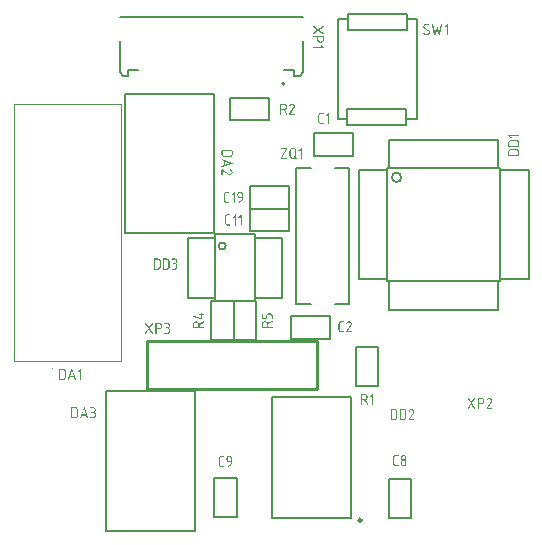
<source format=gto>
G04*
G04 #@! TF.GenerationSoftware,Altium Limited,Altium Designer,23.11.1 (41)*
G04*
G04 Layer_Color=65535*
%FSLAX43Y43*%
%MOMM*%
G71*
G04*
G04 #@! TF.SameCoordinates,D39783C5-6E33-4812-9A3B-6E021FC33A11*
G04*
G04*
G04 #@! TF.FilePolarity,Positive*
G04*
G01*
G75*
%ADD10C,0.150*%
%ADD11C,0.100*%
%ADD12C,0.250*%
%ADD13C,0.127*%
%ADD14C,0.200*%
%ADD15C,0.254*%
G36*
X23919Y36672D02*
X23928Y36671D01*
X23938Y36669D01*
X23949Y36667D01*
X23961Y36664D01*
X23973Y36661D01*
X23987Y36656D01*
X24001Y36650D01*
X24015Y36644D01*
X24029Y36635D01*
X24043Y36626D01*
X24057Y36615D01*
X24070Y36603D01*
X24071Y36602D01*
X24073Y36600D01*
X24076Y36596D01*
X24081Y36591D01*
X24086Y36584D01*
X24091Y36576D01*
X24098Y36567D01*
X24104Y36556D01*
X24111Y36545D01*
X24117Y36532D01*
X24123Y36518D01*
X24128Y36503D01*
X24133Y36488D01*
X24136Y36472D01*
X24138Y36455D01*
X24139Y36437D01*
Y36436D01*
Y36434D01*
Y36430D01*
X24138Y36425D01*
Y36419D01*
X24137Y36412D01*
X24135Y36404D01*
X24134Y36394D01*
X24129Y36374D01*
X24121Y36351D01*
X24110Y36326D01*
X24104Y36313D01*
X24096Y36300D01*
X23798Y35822D01*
X24094D01*
X24099Y35821D01*
X24107Y35820D01*
X24116Y35816D01*
X24124Y35810D01*
X24132Y35802D01*
X24137Y35790D01*
X24139Y35782D01*
Y35774D01*
Y35772D01*
X24138Y35767D01*
X24137Y35759D01*
X24133Y35751D01*
X24128Y35742D01*
X24119Y35734D01*
X24108Y35729D01*
X24100Y35728D01*
X24092Y35727D01*
X23712D01*
X23707Y35728D01*
X23699Y35730D01*
X23690Y35733D01*
X23681Y35739D01*
X23674Y35747D01*
X23668Y35759D01*
X23667Y35766D01*
X23666Y35774D01*
Y35775D01*
Y35776D01*
X23667Y35783D01*
X23669Y35791D01*
X23674Y35801D01*
X24022Y36358D01*
X24023Y36360D01*
X24026Y36365D01*
X24029Y36372D01*
X24034Y36382D01*
X24038Y36394D01*
X24041Y36407D01*
X24044Y36421D01*
X24045Y36436D01*
Y36437D01*
Y36439D01*
Y36442D01*
X24044Y36446D01*
X24043Y36457D01*
X24040Y36471D01*
X24035Y36486D01*
X24027Y36503D01*
X24017Y36520D01*
X24003Y36536D01*
X24001Y36538D01*
X23996Y36543D01*
X23987Y36549D01*
X23975Y36557D01*
X23961Y36565D01*
X23944Y36571D01*
X23924Y36576D01*
X23903Y36578D01*
X23899D01*
X23895Y36577D01*
X23889Y36576D01*
X23882Y36574D01*
X23874Y36572D01*
X23865Y36568D01*
X23855Y36563D01*
X23843Y36557D01*
X23832Y36549D01*
X23819Y36539D01*
X23807Y36527D01*
X23794Y36514D01*
X23781Y36498D01*
X23768Y36479D01*
X23755Y36459D01*
X23754Y36458D01*
X23753Y36455D01*
X23749Y36452D01*
X23745Y36448D01*
X23739Y36443D01*
X23732Y36440D01*
X23724Y36437D01*
X23714Y36436D01*
X23712D01*
X23707Y36437D01*
X23699Y36439D01*
X23690Y36442D01*
X23681Y36448D01*
X23674Y36456D01*
X23668Y36468D01*
X23667Y36476D01*
X23666Y36484D01*
Y36484D01*
Y36485D01*
X23667Y36490D01*
X23668Y36496D01*
X23671Y36502D01*
Y36503D01*
X23672Y36504D01*
X23675Y36509D01*
X23680Y36518D01*
X23687Y36529D01*
X23696Y36542D01*
X23706Y36556D01*
X23719Y36572D01*
X23733Y36588D01*
X23749Y36603D01*
X23766Y36619D01*
X23785Y36633D01*
X23806Y36646D01*
X23828Y36657D01*
X23852Y36666D01*
X23877Y36671D01*
X23890Y36673D01*
X23913D01*
X23919Y36672D01*
D02*
G37*
G36*
X23205D02*
X23214D01*
X23224Y36670D01*
X23236Y36669D01*
X23249Y36666D01*
X23263Y36663D01*
X23279Y36658D01*
X23295Y36653D01*
X23312Y36646D01*
X23329Y36638D01*
X23346Y36629D01*
X23363Y36617D01*
X23379Y36605D01*
X23395Y36590D01*
X23396Y36589D01*
X23399Y36586D01*
X23403Y36582D01*
X23408Y36575D01*
X23414Y36567D01*
X23421Y36557D01*
X23429Y36546D01*
X23437Y36534D01*
X23444Y36520D01*
X23452Y36504D01*
X23459Y36488D01*
X23465Y36471D01*
X23470Y36452D01*
X23474Y36432D01*
X23477Y36411D01*
X23478Y36389D01*
Y36388D01*
Y36387D01*
Y36384D01*
Y36380D01*
X23477Y36370D01*
X23475Y36357D01*
X23473Y36341D01*
X23469Y36323D01*
X23464Y36304D01*
X23457Y36283D01*
X23447Y36261D01*
X23436Y36238D01*
X23422Y36216D01*
X23405Y36195D01*
X23386Y36175D01*
X23363Y36156D01*
X23336Y36139D01*
X23322Y36132D01*
X23306Y36125D01*
X23472Y35795D01*
X23473Y35793D01*
X23475Y35788D01*
X23477Y35782D01*
X23478Y35774D01*
Y35773D01*
Y35771D01*
X23477Y35767D01*
X23476Y35763D01*
X23474Y35758D01*
X23472Y35752D01*
X23468Y35746D01*
X23463Y35741D01*
X23462Y35740D01*
X23461Y35739D01*
X23458Y35737D01*
X23454Y35734D01*
X23443Y35729D01*
X23437Y35728D01*
X23430Y35727D01*
X23425D01*
X23420Y35728D01*
X23413Y35730D01*
X23406Y35733D01*
X23399Y35738D01*
X23393Y35744D01*
X23387Y35753D01*
X23211Y36105D01*
X23005D01*
Y35774D01*
Y35772D01*
X23004Y35767D01*
X23003Y35759D01*
X22999Y35751D01*
X22993Y35742D01*
X22985Y35734D01*
X22973Y35729D01*
X22965Y35728D01*
X22958Y35727D01*
X22956D01*
X22951Y35728D01*
X22943Y35730D01*
X22935Y35733D01*
X22926Y35739D01*
X22918Y35747D01*
X22913Y35759D01*
X22912Y35766D01*
X22911Y35774D01*
Y36625D01*
Y36626D01*
Y36627D01*
X22912Y36633D01*
X22914Y36640D01*
X22917Y36649D01*
X22923Y36658D01*
X22931Y36666D01*
X22943Y36671D01*
X22950Y36672D01*
X22958Y36673D01*
X23199D01*
X23205Y36672D01*
D02*
G37*
G36*
X19594Y27296D02*
X19601Y27295D01*
X19610Y27291D01*
X19619Y27285D01*
X19627Y27277D01*
X19632Y27265D01*
X19633Y27257D01*
X19634Y27249D01*
Y26399D01*
Y26397D01*
X19633Y26392D01*
X19632Y26384D01*
X19628Y26376D01*
X19622Y26367D01*
X19614Y26359D01*
X19602Y26354D01*
X19594Y26353D01*
X19586Y26352D01*
X19584D01*
X19579Y26353D01*
X19571Y26355D01*
X19563Y26358D01*
X19554Y26364D01*
X19546Y26372D01*
X19541Y26384D01*
X19540Y26391D01*
X19539Y26399D01*
Y27135D01*
X19430Y27027D01*
X19429Y27026D01*
X19428Y27025D01*
X19425Y27023D01*
X19421Y27020D01*
X19411Y27015D01*
X19404Y27014D01*
X19397Y27013D01*
X19395D01*
X19390Y27014D01*
X19382Y27016D01*
X19374Y27019D01*
X19365Y27025D01*
X19357Y27033D01*
X19352Y27045D01*
X19351Y27053D01*
X19350Y27061D01*
Y27062D01*
Y27064D01*
X19351Y27068D01*
X19352Y27072D01*
X19356Y27083D01*
X19359Y27089D01*
X19364Y27094D01*
X19548Y27278D01*
X19549Y27279D01*
X19551Y27281D01*
X19555Y27284D01*
X19560Y27288D01*
X19572Y27294D01*
X19579Y27296D01*
X19586Y27297D01*
X19588D01*
X19594Y27296D01*
D02*
G37*
G36*
X19121D02*
X19128Y27295D01*
X19137Y27291D01*
X19146Y27285D01*
X19154Y27277D01*
X19159Y27265D01*
X19160Y27257D01*
X19161Y27249D01*
Y26399D01*
Y26397D01*
X19160Y26392D01*
X19159Y26384D01*
X19155Y26376D01*
X19149Y26367D01*
X19141Y26359D01*
X19129Y26354D01*
X19121Y26353D01*
X19113Y26352D01*
X19111D01*
X19106Y26353D01*
X19098Y26355D01*
X19090Y26358D01*
X19081Y26364D01*
X19073Y26372D01*
X19068Y26384D01*
X19067Y26391D01*
X19066Y26399D01*
Y27135D01*
X18956Y27027D01*
X18955Y27026D01*
X18954Y27025D01*
X18951Y27023D01*
X18947Y27020D01*
X18937Y27015D01*
X18930Y27014D01*
X18924Y27013D01*
X18922D01*
X18917Y27014D01*
X18909Y27016D01*
X18901Y27019D01*
X18892Y27025D01*
X18884Y27033D01*
X18879Y27045D01*
X18878Y27053D01*
X18877Y27061D01*
Y27062D01*
Y27064D01*
X18878Y27068D01*
X18879Y27072D01*
X18883Y27083D01*
X18886Y27089D01*
X18891Y27094D01*
X19075Y27278D01*
X19076Y27279D01*
X19078Y27281D01*
X19082Y27284D01*
X19087Y27288D01*
X19099Y27294D01*
X19106Y27296D01*
X19113Y27297D01*
X19115D01*
X19121Y27296D01*
D02*
G37*
G36*
X18648Y27297D02*
X18656Y27296D01*
X18665Y27292D01*
X18673Y27286D01*
X18681Y27278D01*
X18686Y27266D01*
X18688Y27258D01*
Y27250D01*
Y27248D01*
X18687Y27243D01*
X18686Y27235D01*
X18682Y27227D01*
X18677Y27218D01*
X18668Y27210D01*
X18657Y27205D01*
X18649Y27204D01*
X18641Y27203D01*
X18446D01*
X18442Y27202D01*
X18431Y27201D01*
X18417Y27198D01*
X18401Y27193D01*
X18384Y27185D01*
X18367Y27175D01*
X18352Y27161D01*
X18350Y27159D01*
X18346Y27154D01*
X18339Y27145D01*
X18332Y27133D01*
X18324Y27118D01*
X18317Y27102D01*
X18313Y27082D01*
X18311Y27061D01*
Y26588D01*
Y26587D01*
Y26585D01*
Y26582D01*
X18312Y26578D01*
X18313Y26567D01*
X18316Y26553D01*
X18321Y26538D01*
X18328Y26522D01*
X18338Y26504D01*
X18352Y26488D01*
X18354Y26486D01*
X18360Y26482D01*
X18367Y26475D01*
X18379Y26468D01*
X18394Y26460D01*
X18411Y26453D01*
X18431Y26449D01*
X18452Y26447D01*
X18643D01*
X18648Y26446D01*
X18656Y26445D01*
X18665Y26441D01*
X18673Y26435D01*
X18681Y26427D01*
X18686Y26415D01*
X18688Y26407D01*
Y26399D01*
Y26397D01*
X18687Y26392D01*
X18686Y26384D01*
X18682Y26376D01*
X18677Y26367D01*
X18668Y26359D01*
X18657Y26354D01*
X18649Y26353D01*
X18641Y26352D01*
X18442D01*
X18435Y26353D01*
X18427Y26354D01*
X18417Y26356D01*
X18406Y26358D01*
X18394Y26361D01*
X18381Y26364D01*
X18368Y26369D01*
X18355Y26374D01*
X18340Y26381D01*
X18326Y26389D01*
X18312Y26398D01*
X18298Y26409D01*
X18285Y26421D01*
X18284Y26422D01*
X18282Y26424D01*
X18279Y26428D01*
X18274Y26433D01*
X18269Y26440D01*
X18263Y26448D01*
X18257Y26457D01*
X18251Y26468D01*
X18244Y26480D01*
X18238Y26492D01*
X18232Y26506D01*
X18227Y26521D01*
X18222Y26537D01*
X18219Y26552D01*
X18217Y26570D01*
X18216Y26588D01*
Y27062D01*
Y27063D01*
Y27066D01*
Y27072D01*
X18217Y27078D01*
X18218Y27087D01*
X18220Y27097D01*
X18222Y27108D01*
X18225Y27119D01*
X18228Y27131D01*
X18233Y27145D01*
X18238Y27159D01*
X18245Y27173D01*
X18253Y27187D01*
X18262Y27201D01*
X18273Y27215D01*
X18285Y27228D01*
X18286Y27229D01*
X18288Y27231D01*
X18292Y27234D01*
X18297Y27239D01*
X18304Y27244D01*
X18312Y27250D01*
X18321Y27257D01*
X18332Y27263D01*
X18344Y27270D01*
X18356Y27276D01*
X18369Y27282D01*
X18384Y27287D01*
X18400Y27292D01*
X18416Y27295D01*
X18434Y27297D01*
X18452Y27298D01*
X18643D01*
X18648Y27297D01*
D02*
G37*
G36*
X24684Y32946D02*
X24691Y32945D01*
X24700Y32941D01*
X24709Y32935D01*
X24717Y32927D01*
X24722Y32915D01*
X24723Y32907D01*
X24724Y32899D01*
Y32049D01*
Y32047D01*
X24723Y32042D01*
X24722Y32034D01*
X24718Y32026D01*
X24712Y32017D01*
X24704Y32009D01*
X24692Y32004D01*
X24684Y32003D01*
X24676Y32002D01*
X24674D01*
X24669Y32003D01*
X24661Y32005D01*
X24653Y32008D01*
X24644Y32014D01*
X24636Y32022D01*
X24631Y32034D01*
X24630Y32041D01*
X24629Y32049D01*
Y32785D01*
X24519Y32677D01*
X24518Y32676D01*
X24517Y32675D01*
X24514Y32673D01*
X24510Y32670D01*
X24500Y32665D01*
X24493Y32664D01*
X24486Y32663D01*
X24484D01*
X24479Y32664D01*
X24471Y32666D01*
X24463Y32669D01*
X24454Y32675D01*
X24446Y32683D01*
X24441Y32695D01*
X24440Y32703D01*
X24439Y32711D01*
Y32712D01*
Y32714D01*
X24440Y32718D01*
X24441Y32722D01*
X24445Y32733D01*
X24448Y32739D01*
X24453Y32744D01*
X24638Y32928D01*
X24639Y32929D01*
X24641Y32931D01*
X24645Y32934D01*
X24650Y32938D01*
X24662Y32944D01*
X24669Y32946D01*
X24676Y32947D01*
X24678D01*
X24684Y32946D01*
D02*
G37*
G36*
X23978Y32947D02*
X23987D01*
X23997Y32945D01*
X24009Y32944D01*
X24022Y32941D01*
X24036Y32938D01*
X24052Y32933D01*
X24068Y32928D01*
X24085Y32921D01*
X24102Y32913D01*
X24119Y32904D01*
X24136Y32892D01*
X24152Y32880D01*
X24168Y32865D01*
X24169Y32864D01*
X24172Y32861D01*
X24176Y32857D01*
X24181Y32850D01*
X24187Y32842D01*
X24194Y32832D01*
X24202Y32821D01*
X24210Y32809D01*
X24217Y32795D01*
X24225Y32779D01*
X24232Y32763D01*
X24238Y32746D01*
X24243Y32727D01*
X24247Y32707D01*
X24250Y32686D01*
X24251Y32664D01*
Y32285D01*
Y32284D01*
Y32283D01*
Y32280D01*
Y32276D01*
X24250Y32266D01*
X24249Y32253D01*
X24246Y32237D01*
X24243Y32219D01*
X24238Y32200D01*
X24231Y32182D01*
X24329Y32083D01*
X24330Y32082D01*
X24332Y32080D01*
X24334Y32077D01*
X24337Y32073D01*
X24343Y32062D01*
X24344Y32055D01*
X24345Y32048D01*
Y32046D01*
X24344Y32041D01*
X24343Y32033D01*
X24339Y32025D01*
X24334Y32017D01*
X24325Y32009D01*
X24314Y32004D01*
X24306Y32003D01*
X24298Y32002D01*
X24294D01*
X24290Y32003D01*
X24285Y32004D01*
X24274Y32008D01*
X24268Y32011D01*
X24262Y32016D01*
X24180Y32098D01*
X24179Y32097D01*
X24176Y32094D01*
X24171Y32089D01*
X24165Y32083D01*
X24157Y32076D01*
X24147Y32068D01*
X24135Y32059D01*
X24122Y32050D01*
X24107Y32041D01*
X24091Y32032D01*
X24074Y32024D01*
X24055Y32017D01*
X24035Y32011D01*
X24013Y32006D01*
X23991Y32003D01*
X23967Y32002D01*
X23962D01*
X23956Y32003D01*
X23947D01*
X23937Y32005D01*
X23925Y32006D01*
X23912Y32009D01*
X23898Y32012D01*
X23882Y32017D01*
X23866Y32022D01*
X23849Y32029D01*
X23832Y32037D01*
X23816Y32047D01*
X23799Y32058D01*
X23783Y32070D01*
X23767Y32085D01*
X23766Y32086D01*
X23763Y32089D01*
X23759Y32093D01*
X23754Y32100D01*
X23748Y32108D01*
X23741Y32118D01*
X23733Y32129D01*
X23726Y32141D01*
X23718Y32155D01*
X23710Y32171D01*
X23703Y32187D01*
X23697Y32204D01*
X23692Y32223D01*
X23688Y32243D01*
X23685Y32263D01*
X23684Y32285D01*
Y32664D01*
Y32665D01*
Y32669D01*
X23685Y32675D01*
Y32684D01*
X23687Y32694D01*
X23688Y32706D01*
X23691Y32719D01*
X23694Y32733D01*
X23699Y32749D01*
X23704Y32764D01*
X23711Y32781D01*
X23719Y32798D01*
X23729Y32815D01*
X23740Y32832D01*
X23752Y32848D01*
X23767Y32864D01*
X23768Y32865D01*
X23771Y32868D01*
X23775Y32872D01*
X23782Y32877D01*
X23790Y32884D01*
X23800Y32891D01*
X23811Y32898D01*
X23823Y32906D01*
X23836Y32914D01*
X23852Y32921D01*
X23868Y32929D01*
X23886Y32935D01*
X23905Y32940D01*
X23925Y32944D01*
X23945Y32947D01*
X23967Y32948D01*
X23972D01*
X23978Y32947D01*
D02*
G37*
G36*
X23454D02*
X23461Y32946D01*
X23470Y32942D01*
X23479Y32937D01*
X23487Y32928D01*
X23492Y32917D01*
X23493Y32909D01*
X23494Y32901D01*
Y32900D01*
Y32899D01*
Y32896D01*
X23493Y32892D01*
X23490Y32883D01*
X23484Y32871D01*
X23055Y32097D01*
X23448D01*
X23454Y32096D01*
X23461Y32095D01*
X23470Y32091D01*
X23479Y32085D01*
X23487Y32077D01*
X23492Y32065D01*
X23493Y32057D01*
X23494Y32049D01*
Y32047D01*
X23493Y32042D01*
X23492Y32034D01*
X23488Y32026D01*
X23482Y32017D01*
X23474Y32009D01*
X23462Y32004D01*
X23454Y32003D01*
X23446Y32002D01*
X22972D01*
X22967Y32003D01*
X22959Y32005D01*
X22950Y32008D01*
X22941Y32014D01*
X22934Y32022D01*
X22928Y32034D01*
X22927Y32041D01*
X22926Y32049D01*
Y32050D01*
Y32051D01*
X22927Y32057D01*
X22930Y32066D01*
X22936Y32078D01*
X23366Y32853D01*
X22972D01*
X22967Y32854D01*
X22959Y32856D01*
X22950Y32859D01*
X22941Y32865D01*
X22934Y32873D01*
X22928Y32885D01*
X22927Y32892D01*
X22926Y32900D01*
Y32901D01*
Y32902D01*
X22927Y32908D01*
X22929Y32915D01*
X22932Y32924D01*
X22938Y32933D01*
X22946Y32941D01*
X22958Y32946D01*
X22966Y32947D01*
X22974Y32948D01*
X23448D01*
X23454Y32947D01*
D02*
G37*
G36*
X12102Y18115D02*
X12110Y18114D01*
X12119Y18110D01*
X12127Y18104D01*
X12135Y18096D01*
X12140Y18084D01*
X12142Y18076D01*
Y18068D01*
Y18067D01*
Y18066D01*
X12141Y18060D01*
X12139Y18051D01*
X12135Y18042D01*
X11868Y17643D01*
X12135Y17243D01*
Y17242D01*
X12136Y17241D01*
X12139Y17235D01*
X12141Y17227D01*
X12142Y17217D01*
Y17215D01*
X12141Y17210D01*
X12140Y17202D01*
X12136Y17194D01*
X12131Y17185D01*
X12122Y17177D01*
X12111Y17172D01*
X12103Y17171D01*
X12095Y17170D01*
X12091D01*
X12086Y17171D01*
X12080Y17173D01*
X12074Y17175D01*
X12068Y17178D01*
X12061Y17183D01*
X12056Y17190D01*
X11811Y17558D01*
X11567Y17190D01*
X11566Y17189D01*
X11564Y17187D01*
X11561Y17184D01*
X11557Y17180D01*
X11551Y17176D01*
X11545Y17173D01*
X11537Y17171D01*
X11528Y17170D01*
X11526D01*
X11521Y17171D01*
X11513Y17173D01*
X11504Y17176D01*
X11495Y17182D01*
X11488Y17190D01*
X11482Y17202D01*
X11481Y17209D01*
X11480Y17217D01*
Y17218D01*
Y17219D01*
X11481Y17226D01*
X11483Y17234D01*
X11488Y17243D01*
X11753Y17643D01*
X11488Y18042D01*
Y18043D01*
X11487Y18044D01*
X11484Y18050D01*
X11481Y18058D01*
X11480Y18068D01*
Y18069D01*
Y18070D01*
X11481Y18076D01*
X11483Y18083D01*
X11486Y18092D01*
X11492Y18101D01*
X11500Y18109D01*
X11512Y18114D01*
X11520Y18115D01*
X11528Y18116D01*
X11532D01*
X11537Y18115D01*
X11542Y18113D01*
X11549Y18111D01*
X11555Y18107D01*
X11561Y18102D01*
X11567Y18095D01*
X11811Y17728D01*
X12056Y18095D01*
X12057Y18096D01*
X12058Y18098D01*
X12062Y18102D01*
X12066Y18106D01*
X12071Y18109D01*
X12078Y18113D01*
X12086Y18115D01*
X12095Y18116D01*
X12097D01*
X12102Y18115D01*
D02*
G37*
G36*
X13341Y18116D02*
X13349Y18115D01*
X13359Y18113D01*
X13370Y18111D01*
X13382Y18108D01*
X13395Y18105D01*
X13409Y18100D01*
X13422Y18094D01*
X13437Y18088D01*
X13451Y18079D01*
X13465Y18070D01*
X13479Y18059D01*
X13492Y18047D01*
X13493Y18046D01*
X13495Y18044D01*
X13498Y18040D01*
X13503Y18035D01*
X13508Y18028D01*
X13514Y18020D01*
X13521Y18010D01*
X13527Y18000D01*
X13534Y17988D01*
X13540Y17975D01*
X13546Y17962D01*
X13551Y17947D01*
X13556Y17931D01*
X13559Y17915D01*
X13561Y17898D01*
X13562Y17880D01*
Y17879D01*
Y17875D01*
X13561Y17869D01*
Y17860D01*
X13559Y17850D01*
X13557Y17839D01*
X13554Y17826D01*
X13550Y17812D01*
X13545Y17797D01*
X13539Y17782D01*
X13531Y17766D01*
X13522Y17750D01*
X13511Y17734D01*
X13498Y17719D01*
X13484Y17704D01*
X13467Y17690D01*
X13468Y17689D01*
X13471Y17687D01*
X13476Y17683D01*
X13482Y17677D01*
X13489Y17671D01*
X13497Y17662D01*
X13506Y17652D01*
X13515Y17640D01*
X13523Y17627D01*
X13532Y17613D01*
X13540Y17597D01*
X13547Y17581D01*
X13553Y17562D01*
X13558Y17543D01*
X13561Y17523D01*
X13562Y17501D01*
Y17407D01*
Y17406D01*
Y17403D01*
Y17397D01*
X13561Y17390D01*
X13560Y17382D01*
X13558Y17372D01*
X13556Y17361D01*
X13553Y17349D01*
X13550Y17336D01*
X13545Y17323D01*
X13539Y17309D01*
X13533Y17294D01*
X13524Y17280D01*
X13515Y17266D01*
X13504Y17252D01*
X13492Y17239D01*
X13491Y17238D01*
X13489Y17236D01*
X13485Y17233D01*
X13480Y17228D01*
X13473Y17223D01*
X13465Y17217D01*
X13455Y17211D01*
X13445Y17205D01*
X13433Y17198D01*
X13420Y17192D01*
X13406Y17186D01*
X13392Y17181D01*
X13376Y17176D01*
X13359Y17173D01*
X13342Y17171D01*
X13325Y17170D01*
X13134D01*
X13129Y17171D01*
X13121Y17173D01*
X13113Y17176D01*
X13104Y17182D01*
X13096Y17190D01*
X13091Y17202D01*
X13090Y17209D01*
X13089Y17217D01*
Y17218D01*
Y17219D01*
X13090Y17225D01*
X13092Y17232D01*
X13095Y17241D01*
X13101Y17250D01*
X13109Y17258D01*
X13121Y17263D01*
X13128Y17264D01*
X13136Y17265D01*
X13330D01*
X13334Y17266D01*
X13345Y17267D01*
X13359Y17270D01*
X13375Y17275D01*
X13392Y17282D01*
X13409Y17292D01*
X13425Y17306D01*
X13427Y17308D01*
X13432Y17313D01*
X13438Y17322D01*
X13446Y17334D01*
X13454Y17349D01*
X13460Y17366D01*
X13465Y17385D01*
X13467Y17407D01*
Y17501D01*
Y17502D01*
Y17504D01*
Y17507D01*
X13466Y17511D01*
X13465Y17522D01*
X13462Y17536D01*
X13457Y17552D01*
X13449Y17569D01*
X13439Y17586D01*
X13425Y17602D01*
X13423Y17604D01*
X13418Y17609D01*
X13409Y17615D01*
X13397Y17623D01*
X13382Y17631D01*
X13365Y17637D01*
X13345Y17642D01*
X13325Y17644D01*
X13229D01*
X13224Y17645D01*
X13216Y17647D01*
X13207Y17650D01*
X13198Y17656D01*
X13191Y17664D01*
X13185Y17676D01*
X13184Y17682D01*
X13183Y17690D01*
Y17691D01*
Y17692D01*
X13184Y17698D01*
X13186Y17705D01*
X13189Y17714D01*
X13195Y17723D01*
X13203Y17731D01*
X13215Y17736D01*
X13223Y17737D01*
X13231Y17738D01*
X13330D01*
X13334Y17739D01*
X13345Y17740D01*
X13359Y17743D01*
X13375Y17748D01*
X13392Y17755D01*
X13409Y17765D01*
X13425Y17779D01*
X13427Y17781D01*
X13432Y17786D01*
X13438Y17795D01*
X13446Y17807D01*
X13454Y17822D01*
X13460Y17839D01*
X13465Y17858D01*
X13467Y17880D01*
Y17881D01*
Y17883D01*
Y17886D01*
X13466Y17890D01*
X13465Y17901D01*
X13462Y17914D01*
X13457Y17930D01*
X13449Y17947D01*
X13439Y17964D01*
X13425Y17980D01*
X13423Y17982D01*
X13418Y17987D01*
X13409Y17993D01*
X13397Y18001D01*
X13382Y18009D01*
X13365Y18015D01*
X13345Y18020D01*
X13325Y18022D01*
X13134D01*
X13129Y18023D01*
X13121Y18025D01*
X13113Y18028D01*
X13104Y18034D01*
X13096Y18042D01*
X13091Y18054D01*
X13090Y18061D01*
X13089Y18069D01*
Y18070D01*
Y18071D01*
X13090Y18077D01*
X13092Y18084D01*
X13095Y18093D01*
X13101Y18102D01*
X13109Y18110D01*
X13121Y18115D01*
X13128Y18116D01*
X13136Y18117D01*
X13334D01*
X13341Y18116D01*
D02*
G37*
G36*
X12627D02*
X12636D01*
X12646Y18114D01*
X12658Y18113D01*
X12671Y18110D01*
X12685Y18107D01*
X12701Y18102D01*
X12717Y18097D01*
X12734Y18090D01*
X12751Y18082D01*
X12768Y18073D01*
X12784Y18061D01*
X12800Y18049D01*
X12816Y18034D01*
X12817Y18033D01*
X12820Y18030D01*
X12824Y18026D01*
X12829Y18019D01*
X12835Y18011D01*
X12842Y18001D01*
X12850Y17990D01*
X12858Y17978D01*
X12865Y17964D01*
X12873Y17948D01*
X12880Y17932D01*
X12886Y17914D01*
X12891Y17895D01*
X12895Y17875D01*
X12898Y17854D01*
X12899Y17832D01*
Y17831D01*
Y17826D01*
Y17820D01*
X12898Y17811D01*
X12897Y17800D01*
X12895Y17788D01*
X12892Y17774D01*
X12889Y17759D01*
X12885Y17743D01*
X12880Y17727D01*
X12873Y17710D01*
X12866Y17692D01*
X12857Y17676D01*
X12846Y17660D01*
X12834Y17643D01*
X12820Y17628D01*
X12819Y17627D01*
X12816Y17625D01*
X12812Y17621D01*
X12806Y17616D01*
X12798Y17610D01*
X12788Y17603D01*
X12777Y17596D01*
X12766Y17589D01*
X12752Y17581D01*
X12736Y17574D01*
X12719Y17567D01*
X12701Y17561D01*
X12682Y17556D01*
X12661Y17552D01*
X12639Y17550D01*
X12616Y17549D01*
X12427D01*
Y17217D01*
Y17215D01*
X12426Y17210D01*
X12425Y17202D01*
X12421Y17194D01*
X12415Y17185D01*
X12407Y17177D01*
X12395Y17172D01*
X12387Y17171D01*
X12379Y17170D01*
X12377D01*
X12372Y17171D01*
X12364Y17173D01*
X12356Y17176D01*
X12347Y17182D01*
X12339Y17190D01*
X12334Y17202D01*
X12333Y17209D01*
X12332Y17217D01*
Y18069D01*
Y18070D01*
Y18071D01*
X12333Y18077D01*
X12335Y18084D01*
X12338Y18093D01*
X12344Y18102D01*
X12352Y18110D01*
X12364Y18115D01*
X12371Y18116D01*
X12379Y18117D01*
X12621D01*
X12627Y18116D01*
D02*
G37*
G36*
X39381Y11771D02*
X39389Y11770D01*
X39398Y11766D01*
X39406Y11760D01*
X39414Y11752D01*
X39419Y11740D01*
X39421Y11732D01*
Y11724D01*
Y11723D01*
Y11722D01*
X39420Y11716D01*
X39418Y11707D01*
X39414Y11698D01*
X39148Y11299D01*
X39414Y10900D01*
Y10899D01*
X39415Y10898D01*
X39418Y10892D01*
X39420Y10884D01*
X39421Y10874D01*
Y10872D01*
X39420Y10867D01*
X39419Y10859D01*
X39415Y10851D01*
X39410Y10842D01*
X39401Y10834D01*
X39390Y10829D01*
X39382Y10828D01*
X39374Y10827D01*
X39370D01*
X39365Y10828D01*
X39359Y10830D01*
X39353Y10832D01*
X39347Y10835D01*
X39340Y10840D01*
X39335Y10847D01*
X39091Y11214D01*
X38846Y10847D01*
X38845Y10846D01*
X38843Y10844D01*
X38840Y10841D01*
X38836Y10837D01*
X38830Y10833D01*
X38824Y10830D01*
X38816Y10828D01*
X38807Y10827D01*
X38805D01*
X38800Y10828D01*
X38792Y10830D01*
X38783Y10833D01*
X38774Y10839D01*
X38767Y10847D01*
X38761Y10859D01*
X38760Y10866D01*
X38759Y10874D01*
Y10875D01*
Y10876D01*
X38760Y10883D01*
X38762Y10891D01*
X38767Y10900D01*
X39033Y11299D01*
X38767Y11698D01*
Y11699D01*
X38766Y11700D01*
X38763Y11706D01*
X38760Y11714D01*
X38759Y11724D01*
Y11725D01*
Y11726D01*
X38760Y11732D01*
X38762Y11739D01*
X38765Y11748D01*
X38771Y11757D01*
X38779Y11765D01*
X38791Y11770D01*
X38799Y11771D01*
X38807Y11772D01*
X38811D01*
X38816Y11771D01*
X38821Y11769D01*
X38828Y11767D01*
X38834Y11763D01*
X38840Y11758D01*
X38846Y11751D01*
X39091Y11385D01*
X39335Y11751D01*
X39336Y11752D01*
X39337Y11754D01*
X39341Y11758D01*
X39345Y11762D01*
X39350Y11765D01*
X39357Y11769D01*
X39365Y11771D01*
X39374Y11772D01*
X39376D01*
X39381Y11771D01*
D02*
G37*
G36*
X40620Y11772D02*
X40629Y11771D01*
X40639Y11769D01*
X40650Y11767D01*
X40662Y11764D01*
X40674Y11761D01*
X40688Y11756D01*
X40702Y11750D01*
X40716Y11744D01*
X40730Y11735D01*
X40744Y11726D01*
X40758Y11715D01*
X40771Y11703D01*
X40772Y11702D01*
X40774Y11700D01*
X40777Y11696D01*
X40782Y11691D01*
X40787Y11684D01*
X40793Y11676D01*
X40800Y11667D01*
X40806Y11656D01*
X40813Y11645D01*
X40819Y11632D01*
X40825Y11618D01*
X40830Y11603D01*
X40835Y11588D01*
X40838Y11572D01*
X40840Y11555D01*
X40841Y11537D01*
Y11536D01*
Y11534D01*
Y11530D01*
X40840Y11525D01*
Y11519D01*
X40839Y11512D01*
X40837Y11504D01*
X40836Y11494D01*
X40831Y11474D01*
X40823Y11451D01*
X40812Y11426D01*
X40806Y11413D01*
X40798Y11400D01*
X40499Y10922D01*
X40796D01*
X40801Y10921D01*
X40809Y10920D01*
X40818Y10916D01*
X40826Y10910D01*
X40834Y10902D01*
X40839Y10890D01*
X40841Y10882D01*
Y10874D01*
Y10872D01*
X40840Y10867D01*
X40839Y10859D01*
X40835Y10851D01*
X40830Y10842D01*
X40821Y10834D01*
X40810Y10829D01*
X40802Y10828D01*
X40794Y10827D01*
X40413D01*
X40408Y10828D01*
X40400Y10830D01*
X40391Y10833D01*
X40382Y10839D01*
X40375Y10847D01*
X40369Y10859D01*
X40368Y10866D01*
X40367Y10874D01*
Y10875D01*
Y10876D01*
X40368Y10883D01*
X40370Y10891D01*
X40375Y10901D01*
X40723Y11458D01*
X40724Y11460D01*
X40727Y11465D01*
X40730Y11472D01*
X40735Y11482D01*
X40739Y11494D01*
X40742Y11507D01*
X40745Y11521D01*
X40746Y11536D01*
Y11537D01*
Y11539D01*
Y11542D01*
X40745Y11546D01*
X40744Y11557D01*
X40741Y11571D01*
X40736Y11586D01*
X40728Y11603D01*
X40718Y11620D01*
X40704Y11636D01*
X40702Y11638D01*
X40697Y11643D01*
X40688Y11649D01*
X40676Y11657D01*
X40662Y11665D01*
X40645Y11671D01*
X40625Y11676D01*
X40604Y11678D01*
X40600D01*
X40596Y11677D01*
X40590Y11676D01*
X40583Y11674D01*
X40575Y11672D01*
X40566Y11668D01*
X40556Y11663D01*
X40544Y11657D01*
X40533Y11649D01*
X40520Y11639D01*
X40508Y11627D01*
X40495Y11614D01*
X40482Y11598D01*
X40469Y11580D01*
X40456Y11559D01*
X40455Y11558D01*
X40454Y11555D01*
X40450Y11552D01*
X40446Y11548D01*
X40440Y11543D01*
X40433Y11540D01*
X40425Y11537D01*
X40415Y11536D01*
X40413D01*
X40408Y11537D01*
X40400Y11539D01*
X40391Y11542D01*
X40382Y11548D01*
X40375Y11556D01*
X40369Y11568D01*
X40368Y11576D01*
X40367Y11583D01*
Y11584D01*
Y11585D01*
X40368Y11590D01*
X40369Y11596D01*
X40372Y11602D01*
Y11603D01*
X40373Y11604D01*
X40376Y11609D01*
X40381Y11618D01*
X40388Y11629D01*
X40397Y11642D01*
X40407Y11656D01*
X40420Y11672D01*
X40434Y11688D01*
X40450Y11703D01*
X40467Y11719D01*
X40486Y11733D01*
X40507Y11746D01*
X40529Y11757D01*
X40553Y11766D01*
X40578Y11771D01*
X40591Y11773D01*
X40614D01*
X40620Y11772D01*
D02*
G37*
G36*
X39906D02*
X39915D01*
X39925Y11770D01*
X39937Y11769D01*
X39950Y11766D01*
X39964Y11763D01*
X39980Y11758D01*
X39996Y11753D01*
X40013Y11746D01*
X40030Y11738D01*
X40047Y11729D01*
X40064Y11717D01*
X40080Y11705D01*
X40096Y11690D01*
X40097Y11689D01*
X40100Y11686D01*
X40104Y11682D01*
X40109Y11675D01*
X40115Y11667D01*
X40122Y11657D01*
X40130Y11646D01*
X40138Y11634D01*
X40145Y11620D01*
X40153Y11604D01*
X40160Y11588D01*
X40166Y11571D01*
X40171Y11552D01*
X40175Y11532D01*
X40178Y11511D01*
X40179Y11489D01*
Y11488D01*
Y11483D01*
Y11477D01*
X40178Y11468D01*
X40177Y11457D01*
X40175Y11445D01*
X40172Y11431D01*
X40169Y11416D01*
X40165Y11400D01*
X40160Y11384D01*
X40153Y11367D01*
X40146Y11349D01*
X40137Y11332D01*
X40126Y11316D01*
X40114Y11299D01*
X40100Y11284D01*
X40099Y11283D01*
X40096Y11281D01*
X40092Y11277D01*
X40086Y11272D01*
X40078Y11266D01*
X40068Y11259D01*
X40057Y11252D01*
X40045Y11245D01*
X40031Y11237D01*
X40015Y11230D01*
X39998Y11223D01*
X39980Y11217D01*
X39961Y11212D01*
X39940Y11208D01*
X39918Y11206D01*
X39895Y11205D01*
X39707D01*
Y10874D01*
Y10872D01*
X39706Y10867D01*
X39705Y10859D01*
X39701Y10851D01*
X39695Y10842D01*
X39687Y10834D01*
X39675Y10829D01*
X39667Y10828D01*
X39659Y10827D01*
X39657D01*
X39652Y10828D01*
X39644Y10830D01*
X39636Y10833D01*
X39627Y10839D01*
X39619Y10847D01*
X39614Y10859D01*
X39613Y10866D01*
X39612Y10874D01*
Y11725D01*
Y11726D01*
Y11727D01*
X39613Y11733D01*
X39615Y11740D01*
X39618Y11749D01*
X39624Y11758D01*
X39632Y11766D01*
X39644Y11771D01*
X39651Y11772D01*
X39659Y11773D01*
X39900D01*
X39906Y11772D01*
D02*
G37*
G36*
X26557Y43245D02*
X26564Y43243D01*
X26573Y43240D01*
X26582Y43234D01*
X26590Y43226D01*
X26595Y43214D01*
X26596Y43206D01*
X26597Y43198D01*
Y43194D01*
X26596Y43189D01*
X26594Y43184D01*
X26592Y43177D01*
X26588Y43171D01*
X26583Y43165D01*
X26576Y43159D01*
X26210Y42915D01*
X26576Y42670D01*
X26577Y42669D01*
X26579Y42668D01*
X26583Y42664D01*
X26587Y42660D01*
X26590Y42655D01*
X26594Y42648D01*
X26596Y42640D01*
X26597Y42631D01*
Y42629D01*
X26596Y42624D01*
X26595Y42616D01*
X26591Y42607D01*
X26585Y42599D01*
X26577Y42591D01*
X26565Y42586D01*
X26557Y42584D01*
X26549D01*
X26548D01*
X26547D01*
X26541Y42585D01*
X26532Y42587D01*
X26523Y42591D01*
X26124Y42858D01*
X25725Y42591D01*
X25724D01*
X25723Y42590D01*
X25717Y42587D01*
X25709Y42585D01*
X25699Y42584D01*
X25697D01*
X25692Y42585D01*
X25684Y42586D01*
X25676Y42590D01*
X25667Y42595D01*
X25659Y42604D01*
X25654Y42615D01*
X25653Y42623D01*
X25652Y42631D01*
Y42635D01*
X25653Y42640D01*
X25655Y42646D01*
X25657Y42652D01*
X25660Y42658D01*
X25665Y42665D01*
X25672Y42670D01*
X26039Y42915D01*
X25672Y43159D01*
X25671Y43160D01*
X25669Y43162D01*
X25666Y43165D01*
X25662Y43169D01*
X25658Y43175D01*
X25655Y43181D01*
X25653Y43189D01*
X25652Y43198D01*
Y43200D01*
X25653Y43205D01*
X25655Y43213D01*
X25658Y43222D01*
X25664Y43231D01*
X25672Y43238D01*
X25684Y43244D01*
X25691Y43245D01*
X25699Y43246D01*
X25700D01*
X25701D01*
X25708Y43245D01*
X25716Y43243D01*
X25725Y43238D01*
X26124Y42973D01*
X26523Y43238D01*
X26524D01*
X26525Y43239D01*
X26531Y43242D01*
X26539Y43245D01*
X26549Y43246D01*
X26550D01*
X26551D01*
X26557Y43245D01*
D02*
G37*
G36*
X26558Y42393D02*
X26565Y42391D01*
X26574Y42388D01*
X26583Y42382D01*
X26591Y42374D01*
X26596Y42362D01*
X26597Y42355D01*
X26598Y42347D01*
Y42105D01*
X26597Y42099D01*
Y42090D01*
X26595Y42080D01*
X26594Y42068D01*
X26591Y42055D01*
X26588Y42041D01*
X26583Y42025D01*
X26578Y42010D01*
X26571Y41993D01*
X26563Y41976D01*
X26554Y41959D01*
X26542Y41942D01*
X26530Y41926D01*
X26515Y41910D01*
X26514Y41909D01*
X26511Y41906D01*
X26507Y41902D01*
X26500Y41897D01*
X26492Y41891D01*
X26482Y41884D01*
X26471Y41876D01*
X26459Y41868D01*
X26445Y41861D01*
X26429Y41853D01*
X26413Y41846D01*
X26396Y41840D01*
X26377Y41835D01*
X26357Y41831D01*
X26336Y41828D01*
X26314Y41827D01*
X26313D01*
X26308D01*
X26302D01*
X26293Y41828D01*
X26282Y41829D01*
X26270Y41831D01*
X26256Y41834D01*
X26241Y41837D01*
X26225Y41841D01*
X26209Y41846D01*
X26192Y41853D01*
X26174Y41860D01*
X26157Y41869D01*
X26141Y41880D01*
X26124Y41892D01*
X26109Y41906D01*
X26108Y41907D01*
X26106Y41910D01*
X26102Y41914D01*
X26097Y41920D01*
X26091Y41928D01*
X26084Y41938D01*
X26077Y41949D01*
X26070Y41961D01*
X26062Y41975D01*
X26055Y41991D01*
X26048Y42008D01*
X26042Y42025D01*
X26037Y42044D01*
X26033Y42065D01*
X26031Y42087D01*
X26030Y42110D01*
Y42299D01*
X25699D01*
X25697D01*
X25692Y42300D01*
X25684Y42301D01*
X25676Y42305D01*
X25667Y42311D01*
X25659Y42319D01*
X25654Y42331D01*
X25653Y42339D01*
X25652Y42347D01*
Y42349D01*
X25653Y42354D01*
X25655Y42362D01*
X25658Y42370D01*
X25664Y42379D01*
X25672Y42387D01*
X25684Y42392D01*
X25691Y42393D01*
X25699Y42394D01*
X26550D01*
X26551D01*
X26552D01*
X26558Y42393D01*
D02*
G37*
G36*
X26368Y41637D02*
X26372Y41636D01*
X26383Y41632D01*
X26389Y41629D01*
X26394Y41624D01*
X26578Y41440D01*
X26579Y41439D01*
X26581Y41437D01*
X26584Y41433D01*
X26588Y41428D01*
X26594Y41416D01*
X26596Y41409D01*
X26597Y41402D01*
Y41400D01*
X26596Y41394D01*
X26595Y41387D01*
X26591Y41378D01*
X26585Y41369D01*
X26577Y41361D01*
X26565Y41356D01*
X26557Y41355D01*
X26549Y41354D01*
X25699D01*
X25697D01*
X25692Y41355D01*
X25684Y41356D01*
X25676Y41360D01*
X25667Y41366D01*
X25659Y41374D01*
X25654Y41386D01*
X25653Y41394D01*
X25652Y41402D01*
Y41404D01*
X25653Y41409D01*
X25655Y41417D01*
X25658Y41425D01*
X25664Y41434D01*
X25672Y41442D01*
X25684Y41447D01*
X25691Y41448D01*
X25699Y41449D01*
X26435D01*
X26327Y41558D01*
X26326Y41559D01*
X26325Y41560D01*
X26323Y41563D01*
X26320Y41567D01*
X26315Y41577D01*
X26314Y41584D01*
X26313Y41591D01*
Y41593D01*
X26314Y41598D01*
X26316Y41606D01*
X26319Y41614D01*
X26325Y41623D01*
X26333Y41631D01*
X26345Y41636D01*
X26353Y41637D01*
X26361Y41638D01*
X26362D01*
X26364D01*
X26368Y41637D01*
D02*
G37*
G36*
X35273Y43422D02*
X35287Y43421D01*
X35303Y43420D01*
X35321Y43419D01*
X35340Y43417D01*
X35360Y43414D01*
X35381Y43410D01*
X35424Y43401D01*
X35445Y43395D01*
X35465Y43388D01*
X35484Y43380D01*
X35501Y43371D01*
X35502Y43370D01*
X35505Y43368D01*
X35510Y43364D01*
X35515Y43359D01*
X35520Y43353D01*
X35525Y43346D01*
X35528Y43337D01*
X35529Y43328D01*
Y43327D01*
Y43325D01*
X35528Y43321D01*
X35527Y43316D01*
X35523Y43305D01*
X35520Y43300D01*
X35515Y43294D01*
X35514Y43293D01*
X35513Y43292D01*
X35510Y43290D01*
X35506Y43287D01*
X35495Y43282D01*
X35489Y43281D01*
X35482Y43280D01*
X35481D01*
X35476Y43281D01*
X35470Y43282D01*
X35461Y43285D01*
X35460Y43286D01*
X35456Y43287D01*
X35450Y43289D01*
X35442Y43292D01*
X35433Y43295D01*
X35421Y43299D01*
X35408Y43303D01*
X35394Y43307D01*
X35378Y43311D01*
X35361Y43314D01*
X35324Y43321D01*
X35285Y43326D01*
X35265Y43328D01*
X35239D01*
X35235Y43327D01*
X35224Y43326D01*
X35211Y43323D01*
X35196Y43318D01*
X35179Y43310D01*
X35162Y43300D01*
X35146Y43286D01*
X35144Y43284D01*
X35140Y43279D01*
X35133Y43270D01*
X35126Y43258D01*
X35118Y43243D01*
X35111Y43227D01*
X35107Y43207D01*
X35105Y43186D01*
Y43185D01*
Y43182D01*
X35106Y43178D01*
Y43172D01*
X35107Y43165D01*
X35109Y43156D01*
X35115Y43138D01*
X35119Y43127D01*
X35124Y43117D01*
X35130Y43107D01*
X35138Y43096D01*
X35146Y43086D01*
X35157Y43077D01*
X35168Y43068D01*
X35182Y43060D01*
X35447Y42924D01*
X35448Y42923D01*
X35453Y42921D01*
X35459Y42917D01*
X35467Y42911D01*
X35477Y42904D01*
X35488Y42895D01*
X35500Y42885D01*
X35512Y42872D01*
X35524Y42858D01*
X35536Y42843D01*
X35547Y42825D01*
X35557Y42806D01*
X35565Y42785D01*
X35571Y42763D01*
X35576Y42738D01*
X35577Y42712D01*
Y42711D01*
Y42708D01*
Y42703D01*
X35576Y42696D01*
X35575Y42687D01*
X35573Y42678D01*
X35571Y42667D01*
X35568Y42656D01*
X35565Y42643D01*
X35560Y42630D01*
X35554Y42616D01*
X35548Y42602D01*
X35539Y42587D01*
X35530Y42573D01*
X35519Y42559D01*
X35507Y42546D01*
X35506Y42545D01*
X35504Y42543D01*
X35500Y42540D01*
X35495Y42535D01*
X35488Y42530D01*
X35480Y42524D01*
X35470Y42518D01*
X35460Y42512D01*
X35448Y42505D01*
X35435Y42499D01*
X35422Y42493D01*
X35407Y42488D01*
X35391Y42483D01*
X35375Y42480D01*
X35358Y42478D01*
X35340Y42477D01*
X35332D01*
X35323Y42478D01*
X35311Y42479D01*
X35295Y42480D01*
X35277Y42482D01*
X35257Y42486D01*
X35236Y42490D01*
X35212Y42495D01*
X35188Y42502D01*
X35162Y42511D01*
X35136Y42520D01*
X35109Y42532D01*
X35082Y42546D01*
X35056Y42562D01*
X35030Y42580D01*
X35029Y42581D01*
X35027Y42583D01*
X35024Y42586D01*
X35020Y42591D01*
X35016Y42597D01*
X35013Y42603D01*
X35011Y42611D01*
X35010Y42619D01*
Y42620D01*
Y42622D01*
X35011Y42626D01*
X35012Y42630D01*
X35016Y42641D01*
X35019Y42647D01*
X35023Y42652D01*
X35024Y42653D01*
X35026Y42654D01*
X35029Y42656D01*
X35033Y42659D01*
X35043Y42664D01*
X35050Y42665D01*
X35057Y42666D01*
X35059D01*
X35065Y42665D01*
X35073Y42663D01*
X35084Y42658D01*
X35086Y42657D01*
X35088Y42655D01*
X35092Y42653D01*
X35096Y42651D01*
X35102Y42648D01*
X35108Y42644D01*
X35116Y42640D01*
X35125Y42636D01*
X35134Y42631D01*
X35145Y42626D01*
X35157Y42620D01*
X35169Y42613D01*
X35183Y42607D01*
X35198Y42600D01*
X35213Y42592D01*
X35214D01*
X35216Y42591D01*
X35219Y42590D01*
X35223Y42589D01*
X35229Y42587D01*
X35235Y42586D01*
X35251Y42582D01*
X35270Y42578D01*
X35292Y42575D01*
X35315Y42573D01*
X35340Y42572D01*
X35346D01*
X35350Y42573D01*
X35361Y42574D01*
X35374Y42577D01*
X35390Y42582D01*
X35407Y42589D01*
X35424Y42599D01*
X35440Y42613D01*
X35442Y42615D01*
X35447Y42621D01*
X35453Y42629D01*
X35461Y42641D01*
X35469Y42656D01*
X35475Y42673D01*
X35480Y42692D01*
X35482Y42713D01*
Y42714D01*
Y42717D01*
Y42721D01*
X35481Y42727D01*
X35480Y42734D01*
X35478Y42743D01*
X35472Y42762D01*
X35468Y42772D01*
X35463Y42782D01*
X35456Y42793D01*
X35449Y42803D01*
X35440Y42813D01*
X35429Y42823D01*
X35417Y42832D01*
X35403Y42840D01*
X35138Y42976D01*
X35137Y42977D01*
X35133Y42979D01*
X35126Y42983D01*
X35118Y42989D01*
X35108Y42996D01*
X35098Y43005D01*
X35086Y43015D01*
X35074Y43027D01*
X35062Y43041D01*
X35051Y43057D01*
X35040Y43074D01*
X35030Y43093D01*
X35022Y43114D01*
X35016Y43136D01*
X35011Y43161D01*
X35010Y43187D01*
Y43188D01*
Y43191D01*
Y43196D01*
X35011Y43203D01*
X35012Y43212D01*
X35014Y43221D01*
X35016Y43231D01*
X35019Y43243D01*
X35022Y43256D01*
X35027Y43269D01*
X35032Y43283D01*
X35039Y43297D01*
X35047Y43312D01*
X35056Y43326D01*
X35067Y43340D01*
X35079Y43353D01*
X35080Y43354D01*
X35082Y43356D01*
X35086Y43359D01*
X35091Y43364D01*
X35098Y43369D01*
X35106Y43375D01*
X35116Y43382D01*
X35126Y43388D01*
X35138Y43395D01*
X35151Y43401D01*
X35164Y43407D01*
X35179Y43412D01*
X35195Y43417D01*
X35210Y43420D01*
X35227Y43422D01*
X35245Y43423D01*
X35261D01*
X35273Y43422D01*
D02*
G37*
G36*
X36577Y43421D02*
X36585Y43420D01*
X36594Y43416D01*
X36602Y43410D01*
X36610Y43402D01*
X36615Y43390D01*
X36617Y43382D01*
Y43374D01*
Y43373D01*
Y43371D01*
Y43368D01*
X36616Y43363D01*
X36427Y42516D01*
Y42514D01*
X36425Y42510D01*
X36422Y42504D01*
X36418Y42497D01*
X36412Y42489D01*
X36403Y42483D01*
X36393Y42479D01*
X36380Y42477D01*
X36379D01*
X36375Y42478D01*
X36369Y42479D01*
X36361Y42482D01*
X36354Y42487D01*
X36346Y42494D01*
X36339Y42504D01*
X36333Y42517D01*
X36192Y42942D01*
X36050Y42517D01*
X36049Y42515D01*
X36047Y42511D01*
X36044Y42504D01*
X36039Y42497D01*
X36033Y42490D01*
X36024Y42483D01*
X36014Y42479D01*
X36002Y42477D01*
X36000D01*
X35996Y42478D01*
X35990Y42479D01*
X35982Y42482D01*
X35974Y42487D01*
X35967Y42494D01*
X35960Y42504D01*
X35955Y42517D01*
X35768Y43363D01*
Y43364D01*
X35766Y43367D01*
X35766Y43371D01*
Y43374D01*
Y43375D01*
Y43376D01*
X35766Y43382D01*
X35769Y43389D01*
X35771Y43398D01*
X35777Y43407D01*
X35785Y43415D01*
X35797Y43420D01*
X35805Y43421D01*
X35813Y43422D01*
X35815D01*
X35819Y43421D01*
X35825Y43420D01*
X35833Y43417D01*
X35841Y43413D01*
X35848Y43406D01*
X35855Y43397D01*
X35859Y43384D01*
X36011Y42699D01*
X36145Y43099D01*
X36146Y43101D01*
X36148Y43105D01*
X36151Y43112D01*
X36156Y43119D01*
X36162Y43126D01*
X36170Y43133D01*
X36180Y43137D01*
X36192Y43139D01*
X36194D01*
X36198Y43138D01*
X36203Y43137D01*
X36211Y43134D01*
X36218Y43129D01*
X36226Y43122D01*
X36233Y43112D01*
X36239Y43099D01*
X36371Y42701D01*
X36523Y43384D01*
Y43386D01*
X36525Y43390D01*
X36528Y43396D01*
X36532Y43403D01*
X36538Y43410D01*
X36547Y43416D01*
X36557Y43420D01*
X36570Y43422D01*
X36572D01*
X36577Y43421D01*
D02*
G37*
G36*
X37050D02*
X37057Y43420D01*
X37066Y43416D01*
X37075Y43410D01*
X37083Y43402D01*
X37088Y43390D01*
X37089Y43382D01*
X37090Y43374D01*
Y42524D01*
Y42522D01*
X37089Y42517D01*
X37088Y42509D01*
X37084Y42501D01*
X37078Y42492D01*
X37070Y42484D01*
X37058Y42479D01*
X37050Y42478D01*
X37042Y42477D01*
X37040D01*
X37035Y42478D01*
X37027Y42480D01*
X37019Y42483D01*
X37010Y42489D01*
X37002Y42497D01*
X36997Y42509D01*
X36996Y42516D01*
X36995Y42524D01*
Y43260D01*
X36886Y43152D01*
X36885Y43151D01*
X36884Y43150D01*
X36881Y43148D01*
X36877Y43145D01*
X36867Y43140D01*
X36860Y43139D01*
X36853Y43138D01*
X36851D01*
X36846Y43139D01*
X36838Y43141D01*
X36830Y43144D01*
X36821Y43150D01*
X36813Y43158D01*
X36808Y43170D01*
X36807Y43178D01*
X36806Y43186D01*
Y43187D01*
Y43189D01*
X36807Y43193D01*
X36808Y43197D01*
X36812Y43208D01*
X36815Y43214D01*
X36820Y43219D01*
X37004Y43403D01*
X37005Y43404D01*
X37007Y43406D01*
X37011Y43409D01*
X37016Y43413D01*
X37028Y43419D01*
X37035Y43421D01*
X37042Y43422D01*
X37044D01*
X37050Y43421D01*
D02*
G37*
G36*
X22054Y18912D02*
X22062Y18911D01*
X22072Y18909D01*
X22083Y18907D01*
X22094Y18904D01*
X22107Y18901D01*
X22120Y18896D01*
X22134Y18890D01*
X22149Y18884D01*
X22163Y18875D01*
X22177Y18866D01*
X22191Y18855D01*
X22204Y18843D01*
X22205Y18842D01*
X22207Y18840D01*
X22210Y18836D01*
X22215Y18831D01*
X22220Y18824D01*
X22226Y18816D01*
X22232Y18806D01*
X22238Y18796D01*
X22245Y18784D01*
X22251Y18771D01*
X22257Y18758D01*
X22262Y18743D01*
X22267Y18727D01*
X22270Y18711D01*
X22272Y18694D01*
X22273Y18676D01*
Y18485D01*
X22272Y18480D01*
X22270Y18472D01*
X22267Y18464D01*
X22261Y18455D01*
X22253Y18447D01*
X22241Y18442D01*
X22234Y18441D01*
X22226Y18440D01*
X22225D01*
X22224D01*
X22218Y18441D01*
X22211Y18443D01*
X22202Y18446D01*
X22193Y18452D01*
X22185Y18460D01*
X22180Y18472D01*
X22179Y18479D01*
X22178Y18487D01*
Y18682D01*
X22177Y18686D01*
X22176Y18697D01*
X22173Y18711D01*
X22168Y18726D01*
X22161Y18743D01*
X22151Y18760D01*
X22137Y18776D01*
X22135Y18778D01*
X22130Y18783D01*
X22121Y18789D01*
X22109Y18797D01*
X22094Y18805D01*
X22077Y18811D01*
X22059Y18816D01*
X22037Y18818D01*
X21943D01*
X21942D01*
X21940D01*
X21937D01*
X21933Y18817D01*
X21922Y18816D01*
X21908Y18813D01*
X21892Y18808D01*
X21875Y18800D01*
X21858Y18790D01*
X21842Y18776D01*
X21840Y18774D01*
X21835Y18769D01*
X21829Y18760D01*
X21821Y18748D01*
X21813Y18733D01*
X21807Y18716D01*
X21802Y18697D01*
X21800Y18676D01*
Y18485D01*
X21799Y18480D01*
X21797Y18472D01*
X21794Y18464D01*
X21788Y18455D01*
X21780Y18447D01*
X21768Y18442D01*
X21761Y18441D01*
X21753Y18440D01*
X21375D01*
X21374D01*
X21373D01*
X21367Y18441D01*
X21360Y18443D01*
X21351Y18446D01*
X21342Y18452D01*
X21334Y18460D01*
X21329Y18472D01*
X21328Y18479D01*
X21327Y18487D01*
Y18820D01*
X21328Y18825D01*
X21329Y18833D01*
X21333Y18842D01*
X21339Y18850D01*
X21347Y18858D01*
X21359Y18863D01*
X21367Y18865D01*
X21375D01*
X21377D01*
X21382Y18864D01*
X21390Y18863D01*
X21398Y18859D01*
X21407Y18854D01*
X21415Y18845D01*
X21420Y18834D01*
X21421Y18826D01*
X21422Y18818D01*
Y18535D01*
X21705D01*
Y18686D01*
X21706Y18692D01*
X21707Y18701D01*
X21709Y18711D01*
X21711Y18722D01*
X21714Y18734D01*
X21717Y18746D01*
X21722Y18760D01*
X21728Y18774D01*
X21734Y18788D01*
X21743Y18802D01*
X21752Y18816D01*
X21763Y18830D01*
X21775Y18843D01*
X21776Y18844D01*
X21778Y18846D01*
X21782Y18849D01*
X21787Y18854D01*
X21794Y18859D01*
X21802Y18865D01*
X21812Y18872D01*
X21822Y18878D01*
X21834Y18885D01*
X21847Y18891D01*
X21861Y18897D01*
X21875Y18902D01*
X21891Y18907D01*
X21908Y18910D01*
X21925Y18912D01*
X21943Y18913D01*
X22037D01*
X22038D01*
X22041D01*
X22047D01*
X22054Y18912D01*
D02*
G37*
G36*
X22233Y18250D02*
X22237Y18249D01*
X22242Y18247D01*
X22248Y18245D01*
X22254Y18241D01*
X22259Y18236D01*
X22260Y18235D01*
X22261Y18234D01*
X22263Y18231D01*
X22266Y18227D01*
X22271Y18216D01*
X22272Y18210D01*
X22273Y18203D01*
Y18198D01*
X22272Y18193D01*
X22270Y18186D01*
X22267Y18179D01*
X22262Y18172D01*
X22256Y18166D01*
X22247Y18160D01*
X21895Y17984D01*
Y17779D01*
X22226D01*
X22228D01*
X22233Y17778D01*
X22241Y17777D01*
X22249Y17773D01*
X22258Y17767D01*
X22266Y17759D01*
X22271Y17747D01*
X22272Y17739D01*
X22273Y17731D01*
Y17729D01*
X22272Y17724D01*
X22270Y17716D01*
X22267Y17708D01*
X22261Y17699D01*
X22253Y17691D01*
X22241Y17686D01*
X22234Y17685D01*
X22226Y17684D01*
X21375D01*
X21374D01*
X21373D01*
X21367Y17685D01*
X21360Y17687D01*
X21351Y17690D01*
X21342Y17696D01*
X21334Y17704D01*
X21329Y17716D01*
X21328Y17723D01*
X21327Y17731D01*
Y17972D01*
X21328Y17978D01*
Y17987D01*
X21330Y17997D01*
X21331Y18009D01*
X21334Y18022D01*
X21337Y18036D01*
X21342Y18052D01*
X21347Y18068D01*
X21354Y18085D01*
X21362Y18102D01*
X21371Y18119D01*
X21383Y18136D01*
X21395Y18152D01*
X21410Y18168D01*
X21411Y18169D01*
X21414Y18172D01*
X21418Y18176D01*
X21425Y18181D01*
X21433Y18187D01*
X21443Y18194D01*
X21454Y18202D01*
X21466Y18210D01*
X21480Y18217D01*
X21496Y18225D01*
X21512Y18232D01*
X21529Y18238D01*
X21548Y18243D01*
X21568Y18247D01*
X21589Y18250D01*
X21611Y18251D01*
X21612D01*
X21613D01*
X21616D01*
X21620D01*
X21630Y18250D01*
X21643Y18248D01*
X21659Y18246D01*
X21677Y18242D01*
X21696Y18237D01*
X21717Y18230D01*
X21739Y18220D01*
X21762Y18209D01*
X21784Y18195D01*
X21805Y18178D01*
X21825Y18159D01*
X21844Y18136D01*
X21861Y18109D01*
X21868Y18095D01*
X21875Y18079D01*
X22205Y18245D01*
X22207Y18246D01*
X22212Y18248D01*
X22218Y18250D01*
X22226Y18251D01*
X22227D01*
X22229D01*
X22233Y18250D01*
D02*
G37*
G36*
X16220Y18986D02*
X16228Y18985D01*
X16236Y18981D01*
X16245Y18975D01*
X16253Y18967D01*
X16257Y18955D01*
X16258Y18947D01*
X16259Y18939D01*
Y18845D01*
X16401D01*
X16403D01*
X16408Y18844D01*
X16416Y18843D01*
X16424Y18839D01*
X16433Y18833D01*
X16441Y18825D01*
X16446Y18813D01*
X16447Y18805D01*
X16448Y18797D01*
Y18795D01*
X16447Y18790D01*
X16445Y18782D01*
X16442Y18774D01*
X16436Y18765D01*
X16428Y18757D01*
X16416Y18752D01*
X16409Y18751D01*
X16401Y18750D01*
X16259D01*
Y18464D01*
X16258Y18459D01*
X16257Y18451D01*
X16253Y18443D01*
X16248Y18434D01*
X16240Y18426D01*
X16228Y18421D01*
X16221Y18420D01*
X16213Y18419D01*
X16212D01*
X16208D01*
X16204D01*
X16200Y18420D01*
X15538Y18609D01*
X15536Y18610D01*
X15532Y18611D01*
X15527Y18614D01*
X15520Y18619D01*
X15514Y18625D01*
X15508Y18633D01*
X15504Y18643D01*
X15503Y18655D01*
Y18657D01*
X15504Y18662D01*
X15505Y18670D01*
X15509Y18679D01*
X15515Y18687D01*
X15523Y18695D01*
X15535Y18700D01*
X15543Y18702D01*
X15551D01*
X15552D01*
X15555D01*
X15559Y18701D01*
X15564Y18700D01*
X16165Y18529D01*
Y18750D01*
X16023D01*
X16022D01*
X16021D01*
X16016Y18751D01*
X16008Y18753D01*
X15999Y18756D01*
X15991Y18762D01*
X15983Y18770D01*
X15978Y18782D01*
X15976Y18789D01*
Y18799D01*
X15977Y18805D01*
X15978Y18812D01*
X15982Y18821D01*
X15987Y18830D01*
X15996Y18838D01*
X16007Y18843D01*
X16015Y18844D01*
X16023Y18845D01*
X16165D01*
Y18941D01*
X16166Y18947D01*
X16167Y18954D01*
X16171Y18963D01*
X16177Y18972D01*
X16185Y18980D01*
X16197Y18985D01*
X16205Y18986D01*
X16213Y18987D01*
X16215D01*
X16220Y18986D01*
D02*
G37*
G36*
X16408Y18229D02*
X16412Y18228D01*
X16417Y18226D01*
X16423Y18224D01*
X16429Y18220D01*
X16434Y18215D01*
X16435Y18214D01*
X16436Y18213D01*
X16438Y18210D01*
X16441Y18206D01*
X16446Y18195D01*
X16447Y18189D01*
X16448Y18182D01*
Y18177D01*
X16447Y18172D01*
X16445Y18165D01*
X16442Y18158D01*
X16437Y18151D01*
X16431Y18145D01*
X16422Y18139D01*
X16070Y17964D01*
Y17758D01*
X16401D01*
X16403D01*
X16408Y17757D01*
X16416Y17756D01*
X16424Y17752D01*
X16433Y17746D01*
X16441Y17738D01*
X16446Y17726D01*
X16447Y17718D01*
X16448Y17710D01*
Y17708D01*
X16447Y17703D01*
X16445Y17695D01*
X16442Y17687D01*
X16436Y17678D01*
X16428Y17670D01*
X16416Y17665D01*
X16409Y17664D01*
X16401Y17663D01*
X15550D01*
X15549D01*
X15548D01*
X15542Y17664D01*
X15535Y17666D01*
X15526Y17669D01*
X15517Y17675D01*
X15509Y17683D01*
X15504Y17695D01*
X15503Y17702D01*
X15502Y17710D01*
Y17952D01*
X15503Y17958D01*
Y17967D01*
X15505Y17977D01*
X15506Y17989D01*
X15509Y18002D01*
X15512Y18016D01*
X15517Y18032D01*
X15522Y18048D01*
X15529Y18064D01*
X15537Y18081D01*
X15546Y18098D01*
X15558Y18115D01*
X15570Y18131D01*
X15585Y18147D01*
X15586Y18148D01*
X15589Y18151D01*
X15593Y18155D01*
X15600Y18160D01*
X15608Y18166D01*
X15618Y18173D01*
X15629Y18181D01*
X15641Y18189D01*
X15655Y18196D01*
X15671Y18204D01*
X15687Y18211D01*
X15704Y18217D01*
X15723Y18222D01*
X15743Y18226D01*
X15764Y18229D01*
X15786Y18230D01*
X15787D01*
X15788D01*
X15791D01*
X15795D01*
X15805Y18229D01*
X15818Y18227D01*
X15834Y18225D01*
X15852Y18221D01*
X15871Y18216D01*
X15892Y18209D01*
X15914Y18199D01*
X15937Y18188D01*
X15959Y18174D01*
X15980Y18157D01*
X16000Y18138D01*
X16019Y18115D01*
X16036Y18088D01*
X16043Y18074D01*
X16050Y18058D01*
X16380Y18224D01*
X16382Y18225D01*
X16387Y18227D01*
X16393Y18229D01*
X16401Y18230D01*
X16402D01*
X16404D01*
X16408Y18229D01*
D02*
G37*
G36*
X30734Y12123D02*
X30741Y12122D01*
X30750Y12118D01*
X30759Y12112D01*
X30767Y12104D01*
X30772Y12092D01*
X30773Y12084D01*
X30774Y12076D01*
Y11225D01*
Y11223D01*
X30773Y11218D01*
X30772Y11210D01*
X30768Y11202D01*
X30762Y11193D01*
X30754Y11185D01*
X30742Y11180D01*
X30734Y11179D01*
X30726Y11178D01*
X30724D01*
X30719Y11179D01*
X30711Y11181D01*
X30703Y11184D01*
X30694Y11190D01*
X30686Y11198D01*
X30681Y11210D01*
X30680Y11217D01*
X30679Y11225D01*
Y11962D01*
X30569Y11853D01*
X30568Y11852D01*
X30567Y11851D01*
X30564Y11849D01*
X30560Y11846D01*
X30550Y11841D01*
X30543Y11840D01*
X30536Y11839D01*
X30534D01*
X30529Y11840D01*
X30521Y11842D01*
X30513Y11845D01*
X30504Y11851D01*
X30496Y11859D01*
X30491Y11871D01*
X30490Y11879D01*
X30489Y11887D01*
Y11888D01*
Y11890D01*
X30490Y11894D01*
X30491Y11898D01*
X30495Y11909D01*
X30498Y11915D01*
X30503Y11920D01*
X30688Y12105D01*
X30689Y12106D01*
X30691Y12108D01*
X30695Y12111D01*
X30700Y12115D01*
X30712Y12121D01*
X30719Y12123D01*
X30726Y12124D01*
X30728D01*
X30734Y12123D01*
D02*
G37*
G36*
X30028Y12124D02*
X30037D01*
X30047Y12122D01*
X30059Y12121D01*
X30072Y12118D01*
X30086Y12115D01*
X30102Y12110D01*
X30118Y12105D01*
X30135Y12098D01*
X30152Y12090D01*
X30169Y12081D01*
X30186Y12069D01*
X30202Y12057D01*
X30218Y12042D01*
X30219Y12041D01*
X30222Y12038D01*
X30226Y12034D01*
X30231Y12027D01*
X30237Y12019D01*
X30244Y12009D01*
X30252Y11998D01*
X30260Y11986D01*
X30267Y11972D01*
X30275Y11956D01*
X30282Y11940D01*
X30288Y11922D01*
X30293Y11903D01*
X30297Y11883D01*
X30300Y11862D01*
X30301Y11840D01*
Y11839D01*
Y11838D01*
Y11835D01*
Y11831D01*
X30300Y11821D01*
X30298Y11808D01*
X30296Y11792D01*
X30292Y11774D01*
X30287Y11755D01*
X30280Y11734D01*
X30270Y11712D01*
X30259Y11689D01*
X30245Y11667D01*
X30228Y11646D01*
X30209Y11626D01*
X30186Y11607D01*
X30159Y11590D01*
X30145Y11583D01*
X30129Y11576D01*
X30295Y11246D01*
X30296Y11244D01*
X30298Y11239D01*
X30300Y11233D01*
X30301Y11225D01*
Y11224D01*
Y11222D01*
X30300Y11218D01*
X30299Y11214D01*
X30297Y11209D01*
X30295Y11203D01*
X30291Y11197D01*
X30286Y11192D01*
X30285Y11191D01*
X30284Y11190D01*
X30281Y11188D01*
X30277Y11185D01*
X30266Y11180D01*
X30260Y11179D01*
X30253Y11178D01*
X30248D01*
X30243Y11179D01*
X30236Y11181D01*
X30229Y11184D01*
X30222Y11189D01*
X30216Y11195D01*
X30210Y11204D01*
X30034Y11557D01*
X29828D01*
Y11225D01*
Y11223D01*
X29827Y11218D01*
X29826Y11210D01*
X29822Y11202D01*
X29816Y11193D01*
X29808Y11185D01*
X29796Y11180D01*
X29788Y11179D01*
X29780Y11178D01*
X29778D01*
X29773Y11179D01*
X29765Y11181D01*
X29757Y11184D01*
X29749Y11190D01*
X29741Y11198D01*
X29736Y11210D01*
X29735Y11217D01*
X29734Y11225D01*
Y12077D01*
Y12078D01*
Y12079D01*
X29735Y12085D01*
X29737Y12092D01*
X29740Y12101D01*
X29746Y12110D01*
X29754Y12118D01*
X29765Y12123D01*
X29772Y12124D01*
X29780Y12125D01*
X30022D01*
X30028Y12124D01*
D02*
G37*
G36*
X13977Y23561D02*
X13985Y23560D01*
X13995Y23558D01*
X14006Y23556D01*
X14018Y23553D01*
X14031Y23550D01*
X14045Y23545D01*
X14058Y23539D01*
X14073Y23533D01*
X14087Y23524D01*
X14101Y23515D01*
X14115Y23504D01*
X14128Y23492D01*
X14129Y23491D01*
X14131Y23489D01*
X14134Y23485D01*
X14139Y23480D01*
X14144Y23473D01*
X14150Y23465D01*
X14157Y23455D01*
X14163Y23445D01*
X14170Y23433D01*
X14176Y23420D01*
X14182Y23407D01*
X14187Y23392D01*
X14192Y23376D01*
X14195Y23360D01*
X14197Y23343D01*
X14198Y23325D01*
Y23324D01*
Y23320D01*
X14197Y23314D01*
Y23305D01*
X14195Y23295D01*
X14193Y23284D01*
X14190Y23271D01*
X14186Y23257D01*
X14181Y23242D01*
X14175Y23227D01*
X14167Y23211D01*
X14158Y23195D01*
X14147Y23179D01*
X14134Y23164D01*
X14120Y23149D01*
X14103Y23135D01*
X14104Y23134D01*
X14107Y23132D01*
X14112Y23128D01*
X14118Y23122D01*
X14125Y23115D01*
X14133Y23106D01*
X14142Y23096D01*
X14151Y23084D01*
X14159Y23071D01*
X14168Y23058D01*
X14176Y23042D01*
X14183Y23026D01*
X14189Y23007D01*
X14194Y22988D01*
X14197Y22968D01*
X14198Y22946D01*
Y22852D01*
Y22851D01*
Y22848D01*
Y22842D01*
X14197Y22835D01*
X14196Y22827D01*
X14194Y22817D01*
X14192Y22806D01*
X14189Y22794D01*
X14186Y22781D01*
X14181Y22768D01*
X14175Y22754D01*
X14169Y22739D01*
X14160Y22725D01*
X14151Y22711D01*
X14140Y22697D01*
X14128Y22684D01*
X14127Y22683D01*
X14125Y22681D01*
X14121Y22678D01*
X14116Y22673D01*
X14109Y22668D01*
X14101Y22662D01*
X14091Y22656D01*
X14081Y22650D01*
X14069Y22643D01*
X14056Y22637D01*
X14042Y22631D01*
X14028Y22626D01*
X14012Y22621D01*
X13995Y22618D01*
X13978Y22616D01*
X13960Y22615D01*
X13769D01*
X13764Y22616D01*
X13756Y22618D01*
X13748Y22621D01*
X13739Y22627D01*
X13731Y22635D01*
X13726Y22647D01*
X13725Y22654D01*
X13724Y22662D01*
Y22663D01*
Y22664D01*
X13725Y22670D01*
X13727Y22677D01*
X13730Y22686D01*
X13736Y22695D01*
X13744Y22703D01*
X13756Y22708D01*
X13763Y22709D01*
X13771Y22710D01*
X13966D01*
X13970Y22711D01*
X13981Y22712D01*
X13995Y22715D01*
X14011Y22720D01*
X14028Y22727D01*
X14045Y22737D01*
X14061Y22751D01*
X14063Y22753D01*
X14068Y22758D01*
X14074Y22767D01*
X14082Y22779D01*
X14090Y22794D01*
X14096Y22811D01*
X14101Y22830D01*
X14103Y22852D01*
Y22946D01*
Y22947D01*
Y22949D01*
Y22952D01*
X14102Y22956D01*
X14101Y22967D01*
X14098Y22981D01*
X14093Y22997D01*
X14085Y23014D01*
X14075Y23031D01*
X14061Y23047D01*
X14059Y23049D01*
X14054Y23054D01*
X14045Y23059D01*
X14033Y23067D01*
X14018Y23075D01*
X14001Y23081D01*
X13981Y23086D01*
X13960Y23088D01*
X13864D01*
X13859Y23089D01*
X13851Y23091D01*
X13842Y23094D01*
X13833Y23100D01*
X13826Y23108D01*
X13820Y23120D01*
X13819Y23127D01*
X13818Y23135D01*
Y23136D01*
Y23137D01*
X13819Y23143D01*
X13821Y23150D01*
X13824Y23159D01*
X13830Y23168D01*
X13838Y23176D01*
X13850Y23181D01*
X13858Y23182D01*
X13866Y23183D01*
X13966D01*
X13970Y23184D01*
X13981Y23185D01*
X13995Y23188D01*
X14011Y23193D01*
X14028Y23200D01*
X14045Y23210D01*
X14061Y23224D01*
X14063Y23226D01*
X14068Y23231D01*
X14074Y23240D01*
X14082Y23252D01*
X14090Y23267D01*
X14096Y23284D01*
X14101Y23303D01*
X14103Y23325D01*
Y23326D01*
Y23328D01*
Y23331D01*
X14102Y23335D01*
X14101Y23346D01*
X14098Y23359D01*
X14093Y23375D01*
X14085Y23392D01*
X14075Y23409D01*
X14061Y23425D01*
X14059Y23427D01*
X14054Y23432D01*
X14045Y23438D01*
X14033Y23446D01*
X14018Y23454D01*
X14001Y23460D01*
X13981Y23465D01*
X13960Y23467D01*
X13769D01*
X13764Y23468D01*
X13756Y23470D01*
X13748Y23473D01*
X13739Y23479D01*
X13731Y23487D01*
X13726Y23499D01*
X13725Y23506D01*
X13724Y23514D01*
Y23515D01*
Y23516D01*
X13725Y23522D01*
X13727Y23529D01*
X13730Y23538D01*
X13736Y23547D01*
X13744Y23555D01*
X13756Y23560D01*
X13763Y23561D01*
X13771Y23562D01*
X13970D01*
X13977Y23561D01*
D02*
G37*
G36*
X13315D02*
X13323Y23560D01*
X13333Y23558D01*
X13344Y23556D01*
X13357Y23553D01*
X13369Y23550D01*
X13383Y23545D01*
X13397Y23540D01*
X13411Y23533D01*
X13425Y23525D01*
X13439Y23516D01*
X13453Y23505D01*
X13466Y23493D01*
X13467Y23492D01*
X13469Y23490D01*
X13472Y23486D01*
X13477Y23481D01*
X13482Y23474D01*
X13488Y23466D01*
X13494Y23457D01*
X13501Y23446D01*
X13507Y23434D01*
X13513Y23422D01*
X13519Y23408D01*
X13524Y23393D01*
X13529Y23377D01*
X13532Y23361D01*
X13534Y23343D01*
X13535Y23325D01*
Y22852D01*
Y22851D01*
Y22848D01*
Y22842D01*
X13534Y22835D01*
X13533Y22827D01*
X13531Y22817D01*
X13529Y22806D01*
X13526Y22794D01*
X13523Y22781D01*
X13518Y22768D01*
X13512Y22754D01*
X13506Y22739D01*
X13497Y22725D01*
X13488Y22711D01*
X13477Y22697D01*
X13465Y22684D01*
X13464Y22683D01*
X13462Y22681D01*
X13458Y22678D01*
X13453Y22673D01*
X13446Y22668D01*
X13438Y22662D01*
X13429Y22656D01*
X13418Y22650D01*
X13407Y22643D01*
X13394Y22637D01*
X13380Y22631D01*
X13365Y22626D01*
X13350Y22621D01*
X13333Y22618D01*
X13316Y22616D01*
X13298Y22615D01*
X13013D01*
X13008Y22616D01*
X13000Y22618D01*
X12992Y22621D01*
X12983Y22627D01*
X12975Y22635D01*
X12970Y22647D01*
X12969Y22654D01*
X12968Y22662D01*
Y23514D01*
Y23515D01*
Y23516D01*
X12969Y23522D01*
X12971Y23529D01*
X12974Y23538D01*
X12980Y23547D01*
X12988Y23555D01*
X13000Y23560D01*
X13007Y23561D01*
X13015Y23562D01*
X13308D01*
X13315Y23561D01*
D02*
G37*
G36*
X12559D02*
X12567Y23560D01*
X12576Y23558D01*
X12587Y23556D01*
X12600Y23553D01*
X12612Y23550D01*
X12626Y23545D01*
X12640Y23540D01*
X12654Y23533D01*
X12668Y23525D01*
X12682Y23516D01*
X12696Y23505D01*
X12709Y23493D01*
X12710Y23492D01*
X12712Y23490D01*
X12715Y23486D01*
X12720Y23481D01*
X12725Y23474D01*
X12731Y23466D01*
X12737Y23457D01*
X12744Y23446D01*
X12750Y23434D01*
X12756Y23422D01*
X12762Y23408D01*
X12767Y23393D01*
X12772Y23377D01*
X12775Y23361D01*
X12777Y23343D01*
X12778Y23325D01*
Y22852D01*
Y22851D01*
Y22848D01*
Y22842D01*
X12777Y22835D01*
X12776Y22827D01*
X12774Y22817D01*
X12772Y22806D01*
X12769Y22794D01*
X12766Y22781D01*
X12761Y22768D01*
X12755Y22754D01*
X12749Y22739D01*
X12740Y22725D01*
X12731Y22711D01*
X12720Y22697D01*
X12708Y22684D01*
X12707Y22683D01*
X12705Y22681D01*
X12701Y22678D01*
X12696Y22673D01*
X12689Y22668D01*
X12681Y22662D01*
X12672Y22656D01*
X12661Y22650D01*
X12650Y22643D01*
X12637Y22637D01*
X12623Y22631D01*
X12608Y22626D01*
X12593Y22621D01*
X12576Y22618D01*
X12560Y22616D01*
X12542Y22615D01*
X12256D01*
X12251Y22616D01*
X12243Y22618D01*
X12235Y22621D01*
X12226Y22627D01*
X12218Y22635D01*
X12213Y22647D01*
X12212Y22654D01*
X12211Y22662D01*
Y23514D01*
Y23515D01*
Y23516D01*
X12212Y23522D01*
X12214Y23529D01*
X12217Y23538D01*
X12223Y23547D01*
X12231Y23555D01*
X12243Y23560D01*
X12250Y23561D01*
X12258Y23562D01*
X12552D01*
X12559Y23561D01*
D02*
G37*
G36*
X34022Y10822D02*
X34031Y10821D01*
X34041Y10819D01*
X34052Y10817D01*
X34064Y10814D01*
X34076Y10811D01*
X34090Y10806D01*
X34104Y10800D01*
X34118Y10794D01*
X34132Y10785D01*
X34146Y10776D01*
X34160Y10765D01*
X34173Y10753D01*
X34174Y10752D01*
X34176Y10750D01*
X34179Y10746D01*
X34184Y10741D01*
X34189Y10734D01*
X34195Y10726D01*
X34202Y10717D01*
X34208Y10706D01*
X34215Y10695D01*
X34221Y10682D01*
X34227Y10668D01*
X34232Y10653D01*
X34237Y10638D01*
X34240Y10622D01*
X34242Y10605D01*
X34243Y10587D01*
Y10586D01*
Y10584D01*
Y10580D01*
X34242Y10575D01*
Y10569D01*
X34241Y10562D01*
X34239Y10554D01*
X34238Y10544D01*
X34233Y10524D01*
X34225Y10501D01*
X34214Y10476D01*
X34208Y10463D01*
X34200Y10450D01*
X33901Y9972D01*
X34198D01*
X34203Y9971D01*
X34211Y9970D01*
X34220Y9966D01*
X34228Y9960D01*
X34236Y9952D01*
X34241Y9940D01*
X34243Y9932D01*
Y9924D01*
Y9922D01*
X34242Y9917D01*
X34241Y9909D01*
X34237Y9901D01*
X34232Y9892D01*
X34223Y9884D01*
X34212Y9879D01*
X34204Y9878D01*
X34196Y9877D01*
X33815D01*
X33811Y9878D01*
X33803Y9880D01*
X33794Y9883D01*
X33785Y9889D01*
X33778Y9897D01*
X33772Y9909D01*
X33771Y9916D01*
X33770Y9924D01*
Y9925D01*
Y9926D01*
X33771Y9933D01*
X33773Y9941D01*
X33778Y9951D01*
X34125Y10508D01*
X34126Y10510D01*
X34129Y10515D01*
X34132Y10522D01*
X34137Y10532D01*
X34141Y10544D01*
X34144Y10557D01*
X34147Y10571D01*
X34148Y10586D01*
Y10587D01*
Y10589D01*
Y10592D01*
X34147Y10596D01*
X34146Y10607D01*
X34143Y10621D01*
X34138Y10636D01*
X34130Y10653D01*
X34120Y10670D01*
X34106Y10686D01*
X34104Y10688D01*
X34099Y10693D01*
X34090Y10699D01*
X34078Y10707D01*
X34064Y10715D01*
X34047Y10721D01*
X34027Y10726D01*
X34006Y10728D01*
X34002D01*
X33998Y10727D01*
X33992Y10726D01*
X33985Y10724D01*
X33977Y10722D01*
X33968Y10718D01*
X33958Y10713D01*
X33946Y10707D01*
X33935Y10699D01*
X33922Y10689D01*
X33910Y10677D01*
X33897Y10664D01*
X33884Y10648D01*
X33871Y10630D01*
X33858Y10609D01*
X33857Y10608D01*
X33856Y10605D01*
X33852Y10602D01*
X33848Y10598D01*
X33842Y10593D01*
X33835Y10590D01*
X33827Y10587D01*
X33817Y10586D01*
X33815D01*
X33811Y10587D01*
X33803Y10589D01*
X33794Y10592D01*
X33785Y10598D01*
X33778Y10606D01*
X33772Y10618D01*
X33771Y10626D01*
X33770Y10633D01*
Y10634D01*
Y10635D01*
X33771Y10640D01*
X33772Y10646D01*
X33775Y10652D01*
Y10653D01*
X33776Y10654D01*
X33779Y10659D01*
X33784Y10668D01*
X33791Y10679D01*
X33800Y10692D01*
X33810Y10706D01*
X33822Y10722D01*
X33836Y10738D01*
X33852Y10753D01*
X33869Y10769D01*
X33888Y10783D01*
X33909Y10796D01*
X33931Y10807D01*
X33955Y10816D01*
X33980Y10821D01*
X33993Y10823D01*
X34016D01*
X34022Y10822D01*
D02*
G37*
G36*
X33361D02*
X33369Y10821D01*
X33379Y10819D01*
X33390Y10817D01*
X33403Y10814D01*
X33415Y10811D01*
X33429Y10806D01*
X33443Y10801D01*
X33457Y10794D01*
X33471Y10786D01*
X33485Y10777D01*
X33499Y10766D01*
X33512Y10754D01*
X33513Y10753D01*
X33515Y10751D01*
X33518Y10747D01*
X33523Y10742D01*
X33528Y10735D01*
X33534Y10727D01*
X33540Y10718D01*
X33547Y10707D01*
X33553Y10695D01*
X33559Y10683D01*
X33565Y10669D01*
X33570Y10654D01*
X33575Y10638D01*
X33578Y10623D01*
X33580Y10605D01*
X33581Y10587D01*
Y10113D01*
Y10112D01*
Y10109D01*
Y10103D01*
X33580Y10096D01*
X33579Y10088D01*
X33577Y10078D01*
X33575Y10068D01*
X33572Y10056D01*
X33569Y10043D01*
X33564Y10030D01*
X33558Y10016D01*
X33552Y10001D01*
X33543Y9987D01*
X33534Y9973D01*
X33523Y9959D01*
X33511Y9946D01*
X33510Y9945D01*
X33508Y9943D01*
X33504Y9940D01*
X33499Y9935D01*
X33492Y9930D01*
X33484Y9924D01*
X33475Y9918D01*
X33464Y9912D01*
X33453Y9905D01*
X33440Y9899D01*
X33426Y9893D01*
X33411Y9888D01*
X33396Y9883D01*
X33379Y9880D01*
X33362Y9878D01*
X33344Y9877D01*
X33059D01*
X33054Y9878D01*
X33046Y9880D01*
X33038Y9883D01*
X33029Y9889D01*
X33021Y9897D01*
X33016Y9909D01*
X33015Y9916D01*
X33014Y9924D01*
Y10775D01*
Y10776D01*
Y10777D01*
X33015Y10783D01*
X33017Y10790D01*
X33020Y10799D01*
X33026Y10808D01*
X33034Y10816D01*
X33046Y10821D01*
X33053Y10822D01*
X33061Y10823D01*
X33354D01*
X33361Y10822D01*
D02*
G37*
G36*
X32605D02*
X32613Y10821D01*
X32623Y10819D01*
X32634Y10817D01*
X32647Y10814D01*
X32659Y10811D01*
X32673Y10806D01*
X32687Y10801D01*
X32700Y10794D01*
X32714Y10786D01*
X32728Y10777D01*
X32742Y10766D01*
X32755Y10754D01*
X32756Y10753D01*
X32758Y10751D01*
X32761Y10747D01*
X32766Y10742D01*
X32771Y10735D01*
X32777Y10727D01*
X32783Y10718D01*
X32790Y10707D01*
X32796Y10695D01*
X32802Y10683D01*
X32808Y10669D01*
X32813Y10654D01*
X32818Y10638D01*
X32821Y10623D01*
X32823Y10605D01*
X32824Y10587D01*
Y10113D01*
Y10112D01*
Y10109D01*
Y10103D01*
X32823Y10096D01*
X32822Y10088D01*
X32820Y10078D01*
X32818Y10068D01*
X32815Y10056D01*
X32812Y10043D01*
X32807Y10030D01*
X32801Y10016D01*
X32795Y10001D01*
X32786Y9987D01*
X32777Y9973D01*
X32766Y9959D01*
X32754Y9946D01*
X32753Y9945D01*
X32751Y9943D01*
X32747Y9940D01*
X32742Y9935D01*
X32735Y9930D01*
X32727Y9924D01*
X32718Y9918D01*
X32707Y9912D01*
X32696Y9905D01*
X32684Y9899D01*
X32670Y9893D01*
X32655Y9888D01*
X32640Y9883D01*
X32623Y9880D01*
X32606Y9878D01*
X32588Y9877D01*
X32302D01*
X32297Y9878D01*
X32289Y9880D01*
X32281Y9883D01*
X32272Y9889D01*
X32264Y9897D01*
X32259Y9909D01*
X32258Y9916D01*
X32257Y9924D01*
Y10775D01*
Y10776D01*
Y10777D01*
X32258Y10783D01*
X32260Y10790D01*
X32263Y10799D01*
X32269Y10808D01*
X32277Y10816D01*
X32289Y10821D01*
X32296Y10822D01*
X32304Y10823D01*
X32598D01*
X32605Y10822D01*
D02*
G37*
G36*
X43108Y34047D02*
X43116Y34046D01*
X43124Y34042D01*
X43133Y34036D01*
X43141Y34028D01*
X43146Y34016D01*
X43147Y34008D01*
X43148Y34000D01*
Y33998D01*
X43147Y33993D01*
X43145Y33986D01*
X43142Y33978D01*
X43136Y33969D01*
X43128Y33961D01*
X43116Y33956D01*
X43109Y33955D01*
X43101Y33954D01*
X42365D01*
X42473Y33844D01*
X42474Y33843D01*
X42475Y33842D01*
X42477Y33839D01*
X42480Y33835D01*
X42485Y33825D01*
X42486Y33818D01*
X42487Y33811D01*
Y33809D01*
X42486Y33804D01*
X42484Y33796D01*
X42481Y33788D01*
X42475Y33779D01*
X42467Y33771D01*
X42455Y33766D01*
X42447Y33765D01*
X42439Y33764D01*
X42438D01*
X42436D01*
X42432Y33765D01*
X42428Y33766D01*
X42417Y33770D01*
X42411Y33773D01*
X42406Y33778D01*
X42222Y33963D01*
X42221Y33964D01*
X42219Y33966D01*
X42216Y33970D01*
X42212Y33975D01*
X42206Y33987D01*
X42204Y33993D01*
X42203Y34000D01*
Y34002D01*
X42204Y34008D01*
X42205Y34015D01*
X42209Y34024D01*
X42215Y34033D01*
X42223Y34041D01*
X42235Y34046D01*
X42243Y34047D01*
X42251Y34048D01*
X43101D01*
X43103D01*
X43108Y34047D01*
D02*
G37*
G36*
X42929Y33574D02*
X42937Y33573D01*
X42947Y33571D01*
X42957Y33569D01*
X42969Y33566D01*
X42982Y33563D01*
X42995Y33558D01*
X43009Y33552D01*
X43024Y33546D01*
X43038Y33537D01*
X43052Y33528D01*
X43066Y33517D01*
X43079Y33505D01*
X43080Y33504D01*
X43082Y33502D01*
X43085Y33498D01*
X43090Y33493D01*
X43095Y33486D01*
X43101Y33478D01*
X43107Y33469D01*
X43113Y33458D01*
X43120Y33447D01*
X43126Y33434D01*
X43132Y33421D01*
X43137Y33406D01*
X43142Y33391D01*
X43145Y33374D01*
X43147Y33357D01*
X43148Y33339D01*
Y33053D01*
X43147Y33048D01*
X43145Y33040D01*
X43142Y33032D01*
X43136Y33023D01*
X43128Y33015D01*
X43116Y33010D01*
X43109Y33009D01*
X43101Y33008D01*
X42250D01*
X42249D01*
X42248D01*
X42242Y33009D01*
X42235Y33011D01*
X42226Y33014D01*
X42217Y33020D01*
X42209Y33028D01*
X42204Y33040D01*
X42203Y33047D01*
X42202Y33055D01*
Y33349D01*
X42203Y33356D01*
X42204Y33364D01*
X42206Y33374D01*
X42208Y33385D01*
X42211Y33398D01*
X42214Y33410D01*
X42219Y33424D01*
X42224Y33437D01*
X42231Y33451D01*
X42239Y33465D01*
X42248Y33479D01*
X42259Y33493D01*
X42271Y33506D01*
X42272Y33507D01*
X42274Y33509D01*
X42278Y33512D01*
X42283Y33517D01*
X42290Y33522D01*
X42298Y33528D01*
X42307Y33534D01*
X42318Y33541D01*
X42330Y33547D01*
X42342Y33553D01*
X42356Y33559D01*
X42371Y33564D01*
X42387Y33569D01*
X42402Y33572D01*
X42420Y33574D01*
X42438Y33575D01*
X42912D01*
X42913D01*
X42916D01*
X42922D01*
X42929Y33574D01*
D02*
G37*
G36*
Y32818D02*
X42937Y32817D01*
X42947Y32815D01*
X42957Y32813D01*
X42969Y32810D01*
X42982Y32807D01*
X42995Y32802D01*
X43009Y32796D01*
X43024Y32790D01*
X43038Y32781D01*
X43052Y32772D01*
X43066Y32761D01*
X43079Y32749D01*
X43080Y32748D01*
X43082Y32746D01*
X43085Y32742D01*
X43090Y32737D01*
X43095Y32730D01*
X43101Y32722D01*
X43107Y32713D01*
X43113Y32702D01*
X43120Y32691D01*
X43126Y32678D01*
X43132Y32664D01*
X43137Y32649D01*
X43142Y32634D01*
X43145Y32617D01*
X43147Y32600D01*
X43148Y32582D01*
Y32297D01*
X43147Y32292D01*
X43145Y32284D01*
X43142Y32276D01*
X43136Y32267D01*
X43128Y32259D01*
X43116Y32254D01*
X43109Y32253D01*
X43101Y32252D01*
X42250D01*
X42249D01*
X42248D01*
X42242Y32253D01*
X42235Y32255D01*
X42226Y32258D01*
X42217Y32264D01*
X42209Y32272D01*
X42204Y32284D01*
X42203Y32291D01*
X42202Y32299D01*
Y32592D01*
X42203Y32599D01*
X42204Y32607D01*
X42206Y32617D01*
X42208Y32628D01*
X42211Y32641D01*
X42214Y32653D01*
X42219Y32667D01*
X42224Y32681D01*
X42231Y32695D01*
X42239Y32709D01*
X42248Y32723D01*
X42259Y32737D01*
X42271Y32750D01*
X42272Y32751D01*
X42274Y32753D01*
X42278Y32756D01*
X42283Y32761D01*
X42290Y32766D01*
X42298Y32772D01*
X42307Y32778D01*
X42318Y32785D01*
X42330Y32791D01*
X42342Y32797D01*
X42356Y32803D01*
X42371Y32808D01*
X42387Y32813D01*
X42402Y32816D01*
X42420Y32818D01*
X42438Y32819D01*
X42912D01*
X42913D01*
X42916D01*
X42922D01*
X42929Y32818D01*
D02*
G37*
G36*
X7070Y10972D02*
X7078Y10971D01*
X7088Y10969D01*
X7099Y10967D01*
X7111Y10964D01*
X7124Y10961D01*
X7138Y10956D01*
X7151Y10950D01*
X7166Y10944D01*
X7180Y10935D01*
X7194Y10926D01*
X7208Y10915D01*
X7221Y10903D01*
X7222Y10902D01*
X7224Y10900D01*
X7227Y10896D01*
X7232Y10891D01*
X7237Y10884D01*
X7243Y10876D01*
X7250Y10866D01*
X7256Y10856D01*
X7263Y10844D01*
X7269Y10831D01*
X7275Y10818D01*
X7280Y10803D01*
X7285Y10787D01*
X7288Y10772D01*
X7290Y10755D01*
X7291Y10737D01*
Y10736D01*
Y10732D01*
X7290Y10726D01*
Y10717D01*
X7288Y10707D01*
X7286Y10696D01*
X7283Y10683D01*
X7279Y10669D01*
X7274Y10654D01*
X7268Y10639D01*
X7260Y10623D01*
X7251Y10607D01*
X7240Y10591D01*
X7227Y10576D01*
X7213Y10561D01*
X7196Y10547D01*
X7197Y10546D01*
X7200Y10544D01*
X7205Y10540D01*
X7211Y10534D01*
X7218Y10527D01*
X7226Y10518D01*
X7235Y10508D01*
X7244Y10496D01*
X7252Y10483D01*
X7261Y10469D01*
X7269Y10453D01*
X7276Y10437D01*
X7282Y10418D01*
X7287Y10399D01*
X7290Y10379D01*
X7291Y10357D01*
Y10263D01*
Y10262D01*
Y10259D01*
Y10253D01*
X7290Y10246D01*
X7289Y10238D01*
X7287Y10228D01*
X7285Y10218D01*
X7282Y10206D01*
X7279Y10193D01*
X7274Y10180D01*
X7268Y10166D01*
X7262Y10151D01*
X7253Y10137D01*
X7244Y10123D01*
X7233Y10109D01*
X7221Y10096D01*
X7220Y10095D01*
X7218Y10093D01*
X7214Y10090D01*
X7209Y10085D01*
X7202Y10080D01*
X7194Y10074D01*
X7184Y10068D01*
X7174Y10062D01*
X7162Y10055D01*
X7149Y10049D01*
X7135Y10043D01*
X7121Y10038D01*
X7105Y10033D01*
X7088Y10030D01*
X7071Y10028D01*
X7053Y10027D01*
X6862D01*
X6857Y10028D01*
X6849Y10030D01*
X6841Y10033D01*
X6832Y10039D01*
X6824Y10047D01*
X6819Y10059D01*
X6818Y10066D01*
X6817Y10074D01*
Y10075D01*
Y10076D01*
X6818Y10082D01*
X6820Y10089D01*
X6823Y10098D01*
X6829Y10107D01*
X6837Y10115D01*
X6849Y10120D01*
X6856Y10121D01*
X6864Y10122D01*
X7059D01*
X7063Y10123D01*
X7074Y10124D01*
X7088Y10127D01*
X7104Y10132D01*
X7121Y10139D01*
X7138Y10149D01*
X7154Y10163D01*
X7156Y10165D01*
X7161Y10170D01*
X7167Y10179D01*
X7175Y10191D01*
X7183Y10206D01*
X7189Y10222D01*
X7194Y10241D01*
X7196Y10263D01*
Y10357D01*
Y10358D01*
Y10360D01*
Y10363D01*
X7195Y10367D01*
X7194Y10378D01*
X7191Y10392D01*
X7186Y10408D01*
X7178Y10425D01*
X7168Y10442D01*
X7154Y10458D01*
X7152Y10460D01*
X7147Y10465D01*
X7138Y10471D01*
X7126Y10479D01*
X7111Y10487D01*
X7094Y10493D01*
X7074Y10498D01*
X7053Y10500D01*
X6957D01*
X6952Y10501D01*
X6944Y10503D01*
X6935Y10506D01*
X6926Y10512D01*
X6919Y10520D01*
X6913Y10532D01*
X6912Y10539D01*
X6911Y10547D01*
Y10548D01*
Y10549D01*
X6912Y10555D01*
X6914Y10562D01*
X6917Y10571D01*
X6923Y10580D01*
X6931Y10588D01*
X6943Y10593D01*
X6951Y10594D01*
X6959Y10595D01*
X7059D01*
X7063Y10596D01*
X7074Y10597D01*
X7088Y10600D01*
X7104Y10605D01*
X7121Y10612D01*
X7138Y10622D01*
X7154Y10636D01*
X7156Y10638D01*
X7161Y10643D01*
X7167Y10652D01*
X7175Y10664D01*
X7183Y10679D01*
X7189Y10696D01*
X7194Y10715D01*
X7196Y10737D01*
Y10738D01*
Y10740D01*
Y10743D01*
X7195Y10747D01*
X7194Y10758D01*
X7191Y10771D01*
X7186Y10786D01*
X7178Y10803D01*
X7168Y10820D01*
X7154Y10836D01*
X7152Y10838D01*
X7147Y10843D01*
X7138Y10849D01*
X7126Y10857D01*
X7111Y10865D01*
X7094Y10871D01*
X7074Y10876D01*
X7053Y10878D01*
X6862D01*
X6857Y10879D01*
X6849Y10881D01*
X6841Y10884D01*
X6832Y10890D01*
X6824Y10898D01*
X6819Y10910D01*
X6818Y10917D01*
X6817Y10925D01*
Y10926D01*
Y10927D01*
X6818Y10933D01*
X6820Y10940D01*
X6823Y10949D01*
X6829Y10958D01*
X6837Y10966D01*
X6849Y10971D01*
X6856Y10972D01*
X6864Y10973D01*
X7063D01*
X7070Y10972D01*
D02*
G37*
G36*
X6302Y10971D02*
X6307Y10970D01*
X6315Y10967D01*
X6322Y10963D01*
X6330Y10956D01*
X6337Y10947D01*
X6343Y10935D01*
X6625Y10089D01*
Y10088D01*
X6626Y10085D01*
X6627Y10080D01*
Y10074D01*
Y10072D01*
X6626Y10067D01*
X6625Y10059D01*
X6621Y10051D01*
X6616Y10042D01*
X6607Y10034D01*
X6596Y10029D01*
X6588Y10028D01*
X6580Y10027D01*
X6579D01*
X6575Y10028D01*
X6569Y10029D01*
X6562Y10031D01*
X6554Y10035D01*
X6547Y10041D01*
X6540Y10048D01*
X6535Y10059D01*
X6467Y10263D01*
X6126D01*
X6058Y10059D01*
X6057Y10058D01*
X6056Y10054D01*
X6053Y10049D01*
X6048Y10043D01*
X6042Y10037D01*
X6034Y10032D01*
X6025Y10028D01*
X6013Y10027D01*
X6011D01*
X6006Y10028D01*
X5998Y10030D01*
X5989Y10033D01*
X5980Y10039D01*
X5973Y10047D01*
X5967Y10059D01*
X5966Y10066D01*
X5965Y10074D01*
Y10075D01*
Y10079D01*
X5966Y10084D01*
X5967Y10089D01*
X6248Y10933D01*
X6249Y10935D01*
X6252Y10939D01*
X6254Y10945D01*
X6259Y10953D01*
X6265Y10960D01*
X6274Y10966D01*
X6284Y10970D01*
X6296Y10972D01*
X6298D01*
X6302Y10971D01*
D02*
G37*
G36*
X5557Y10972D02*
X5565Y10971D01*
X5575Y10969D01*
X5586Y10967D01*
X5599Y10964D01*
X5611Y10961D01*
X5625Y10956D01*
X5639Y10951D01*
X5653Y10944D01*
X5667Y10936D01*
X5681Y10927D01*
X5694Y10916D01*
X5707Y10904D01*
X5708Y10903D01*
X5710Y10901D01*
X5713Y10897D01*
X5718Y10892D01*
X5723Y10885D01*
X5729Y10877D01*
X5735Y10868D01*
X5742Y10857D01*
X5748Y10845D01*
X5754Y10833D01*
X5760Y10819D01*
X5765Y10804D01*
X5770Y10788D01*
X5773Y10773D01*
X5775Y10755D01*
X5776Y10737D01*
Y10263D01*
Y10262D01*
Y10259D01*
Y10253D01*
X5775Y10246D01*
X5774Y10238D01*
X5772Y10228D01*
X5770Y10218D01*
X5767Y10206D01*
X5764Y10193D01*
X5759Y10180D01*
X5753Y10166D01*
X5747Y10151D01*
X5738Y10137D01*
X5729Y10123D01*
X5718Y10109D01*
X5706Y10096D01*
X5705Y10095D01*
X5703Y10093D01*
X5699Y10090D01*
X5694Y10085D01*
X5688Y10080D01*
X5680Y10074D01*
X5671Y10068D01*
X5660Y10062D01*
X5649Y10055D01*
X5636Y10049D01*
X5622Y10043D01*
X5607Y10038D01*
X5592Y10033D01*
X5575Y10030D01*
X5558Y10028D01*
X5540Y10027D01*
X5254D01*
X5249Y10028D01*
X5241Y10030D01*
X5233Y10033D01*
X5224Y10039D01*
X5216Y10047D01*
X5211Y10059D01*
X5210Y10066D01*
X5209Y10074D01*
Y10925D01*
Y10926D01*
Y10927D01*
X5210Y10933D01*
X5212Y10940D01*
X5215Y10949D01*
X5221Y10958D01*
X5229Y10966D01*
X5241Y10971D01*
X5248Y10972D01*
X5256Y10973D01*
X5550D01*
X5557Y10972D01*
D02*
G37*
G36*
X18833Y32714D02*
X18840Y32712D01*
X18849Y32709D01*
X18858Y32703D01*
X18866Y32695D01*
X18871Y32683D01*
X18872Y32676D01*
X18873Y32668D01*
Y32375D01*
X18872Y32368D01*
X18871Y32360D01*
X18869Y32350D01*
X18867Y32339D01*
X18864Y32326D01*
X18861Y32314D01*
X18856Y32300D01*
X18851Y32286D01*
X18844Y32272D01*
X18836Y32258D01*
X18827Y32244D01*
X18816Y32230D01*
X18804Y32217D01*
X18803Y32216D01*
X18801Y32214D01*
X18797Y32211D01*
X18792Y32206D01*
X18785Y32201D01*
X18777Y32195D01*
X18768Y32189D01*
X18757Y32182D01*
X18745Y32176D01*
X18733Y32170D01*
X18719Y32164D01*
X18704Y32159D01*
X18688Y32154D01*
X18673Y32151D01*
X18655Y32149D01*
X18637Y32148D01*
X18163D01*
X18162D01*
X18159D01*
X18153D01*
X18146Y32149D01*
X18138Y32150D01*
X18128Y32152D01*
X18118Y32154D01*
X18106Y32157D01*
X18093Y32160D01*
X18080Y32165D01*
X18066Y32171D01*
X18051Y32177D01*
X18037Y32186D01*
X18023Y32195D01*
X18009Y32206D01*
X17996Y32218D01*
X17995Y32219D01*
X17993Y32221D01*
X17990Y32225D01*
X17985Y32230D01*
X17980Y32237D01*
X17974Y32245D01*
X17968Y32254D01*
X17962Y32265D01*
X17955Y32276D01*
X17949Y32289D01*
X17943Y32303D01*
X17938Y32318D01*
X17933Y32333D01*
X17930Y32350D01*
X17928Y32367D01*
X17927Y32385D01*
Y32670D01*
X17928Y32675D01*
X17930Y32683D01*
X17933Y32691D01*
X17939Y32700D01*
X17947Y32708D01*
X17959Y32713D01*
X17966Y32714D01*
X17974Y32715D01*
X18825D01*
X18826D01*
X18827D01*
X18833Y32714D01*
D02*
G37*
G36*
X17984Y31958D02*
X17989Y31958D01*
X18833Y31676D01*
X18835Y31675D01*
X18839Y31673D01*
X18845Y31670D01*
X18853Y31665D01*
X18860Y31659D01*
X18866Y31650D01*
X18870Y31640D01*
X18872Y31628D01*
Y31626D01*
X18871Y31622D01*
X18870Y31617D01*
X18867Y31609D01*
X18863Y31602D01*
X18856Y31594D01*
X18847Y31587D01*
X18835Y31581D01*
X17989Y31300D01*
X17988D01*
X17985Y31299D01*
X17980Y31298D01*
X17974D01*
X17972D01*
X17967Y31299D01*
X17959Y31300D01*
X17951Y31304D01*
X17942Y31309D01*
X17934Y31318D01*
X17929Y31329D01*
X17928Y31337D01*
X17927Y31345D01*
Y31346D01*
X17928Y31350D01*
X17929Y31356D01*
X17931Y31363D01*
X17935Y31371D01*
X17941Y31378D01*
X17948Y31385D01*
X17959Y31390D01*
X18163Y31457D01*
Y31799D01*
X17959Y31867D01*
X17958Y31868D01*
X17954Y31869D01*
X17949Y31872D01*
X17943Y31877D01*
X17937Y31883D01*
X17932Y31891D01*
X17928Y31900D01*
X17927Y31912D01*
Y31914D01*
X17928Y31919D01*
X17930Y31927D01*
X17933Y31936D01*
X17939Y31945D01*
X17947Y31952D01*
X17959Y31958D01*
X17966Y31958D01*
X17974Y31959D01*
X17975D01*
X17979D01*
X17984Y31958D01*
D02*
G37*
G36*
X18690Y31107D02*
X18696Y31106D01*
X18702Y31103D01*
X18703D01*
X18704Y31102D01*
X18709Y31099D01*
X18718Y31094D01*
X18729Y31087D01*
X18742Y31078D01*
X18756Y31068D01*
X18772Y31055D01*
X18788Y31041D01*
X18803Y31025D01*
X18819Y31008D01*
X18833Y30989D01*
X18846Y30968D01*
X18857Y30946D01*
X18866Y30922D01*
X18871Y30897D01*
X18873Y30884D01*
Y30861D01*
X18872Y30855D01*
X18871Y30846D01*
X18869Y30836D01*
X18867Y30826D01*
X18864Y30814D01*
X18861Y30802D01*
X18856Y30788D01*
X18850Y30774D01*
X18844Y30760D01*
X18835Y30746D01*
X18826Y30732D01*
X18815Y30718D01*
X18803Y30705D01*
X18802Y30704D01*
X18800Y30702D01*
X18796Y30699D01*
X18791Y30694D01*
X18784Y30689D01*
X18776Y30683D01*
X18767Y30676D01*
X18756Y30670D01*
X18745Y30663D01*
X18732Y30657D01*
X18718Y30651D01*
X18703Y30646D01*
X18688Y30641D01*
X18672Y30638D01*
X18655Y30636D01*
X18637Y30635D01*
X18636D01*
X18634D01*
X18630D01*
X18625Y30636D01*
X18619D01*
X18612Y30637D01*
X18604Y30639D01*
X18594Y30640D01*
X18574Y30645D01*
X18551Y30653D01*
X18526Y30664D01*
X18513Y30670D01*
X18500Y30678D01*
X18022Y30976D01*
Y30680D01*
X18021Y30675D01*
X18020Y30667D01*
X18016Y30658D01*
X18010Y30650D01*
X18002Y30642D01*
X17990Y30637D01*
X17982Y30635D01*
X17974D01*
X17972D01*
X17967Y30636D01*
X17959Y30637D01*
X17951Y30641D01*
X17942Y30646D01*
X17934Y30655D01*
X17929Y30666D01*
X17928Y30674D01*
X17927Y30682D01*
Y31062D01*
X17928Y31067D01*
X17930Y31075D01*
X17933Y31084D01*
X17939Y31093D01*
X17947Y31100D01*
X17959Y31106D01*
X17966Y31107D01*
X17974Y31108D01*
X17975D01*
X17976D01*
X17983Y31107D01*
X17991Y31105D01*
X18001Y31100D01*
X18558Y30753D01*
X18560Y30752D01*
X18565Y30749D01*
X18572Y30746D01*
X18582Y30741D01*
X18594Y30737D01*
X18607Y30734D01*
X18621Y30731D01*
X18636Y30730D01*
X18637D01*
X18639D01*
X18642D01*
X18646Y30731D01*
X18657Y30732D01*
X18671Y30735D01*
X18686Y30740D01*
X18703Y30748D01*
X18720Y30758D01*
X18736Y30772D01*
X18738Y30774D01*
X18743Y30779D01*
X18749Y30788D01*
X18757Y30800D01*
X18765Y30814D01*
X18771Y30830D01*
X18776Y30850D01*
X18778Y30871D01*
Y30875D01*
X18777Y30879D01*
X18776Y30885D01*
X18774Y30892D01*
X18772Y30900D01*
X18768Y30909D01*
X18763Y30919D01*
X18757Y30931D01*
X18749Y30942D01*
X18739Y30955D01*
X18727Y30967D01*
X18714Y30980D01*
X18698Y30993D01*
X18680Y31006D01*
X18659Y31019D01*
X18658Y31020D01*
X18655Y31021D01*
X18652Y31025D01*
X18648Y31029D01*
X18643Y31035D01*
X18640Y31042D01*
X18637Y31050D01*
X18636Y31060D01*
Y31062D01*
X18637Y31067D01*
X18639Y31075D01*
X18642Y31084D01*
X18648Y31093D01*
X18656Y31100D01*
X18668Y31106D01*
X18676Y31107D01*
X18683Y31108D01*
X18684D01*
X18685D01*
X18690Y31107D01*
D02*
G37*
G36*
X6031Y14221D02*
X6038Y14220D01*
X6047Y14216D01*
X6056Y14210D01*
X6064Y14202D01*
X6069Y14190D01*
X6070Y14182D01*
X6071Y14174D01*
Y13324D01*
Y13322D01*
X6070Y13317D01*
X6069Y13309D01*
X6065Y13301D01*
X6059Y13292D01*
X6051Y13284D01*
X6039Y13279D01*
X6031Y13278D01*
X6023Y13277D01*
X6021D01*
X6016Y13278D01*
X6008Y13280D01*
X6000Y13283D01*
X5991Y13289D01*
X5983Y13297D01*
X5978Y13309D01*
X5977Y13316D01*
X5976Y13324D01*
Y14060D01*
X5866Y13952D01*
X5865Y13951D01*
X5864Y13950D01*
X5861Y13948D01*
X5857Y13945D01*
X5847Y13940D01*
X5840Y13939D01*
X5833Y13938D01*
X5831D01*
X5826Y13939D01*
X5818Y13941D01*
X5810Y13944D01*
X5801Y13950D01*
X5793Y13958D01*
X5788Y13970D01*
X5787Y13978D01*
X5786Y13986D01*
Y13987D01*
Y13989D01*
X5787Y13993D01*
X5788Y13997D01*
X5792Y14008D01*
X5795Y14014D01*
X5800Y14019D01*
X5985Y14203D01*
X5986Y14204D01*
X5988Y14206D01*
X5992Y14209D01*
X5997Y14213D01*
X6009Y14219D01*
X6016Y14221D01*
X6023Y14222D01*
X6025D01*
X6031Y14221D01*
D02*
G37*
G36*
X5272D02*
X5277Y14220D01*
X5285Y14217D01*
X5292Y14213D01*
X5300Y14206D01*
X5307Y14197D01*
X5313Y14185D01*
X5595Y13339D01*
Y13338D01*
X5596Y13335D01*
X5597Y13330D01*
Y13324D01*
Y13322D01*
X5596Y13317D01*
X5595Y13309D01*
X5591Y13301D01*
X5586Y13292D01*
X5577Y13284D01*
X5566Y13279D01*
X5558Y13278D01*
X5550Y13277D01*
X5549D01*
X5545Y13278D01*
X5539Y13279D01*
X5532Y13281D01*
X5524Y13285D01*
X5517Y13291D01*
X5510Y13298D01*
X5505Y13309D01*
X5437Y13513D01*
X5096D01*
X5028Y13309D01*
X5027Y13308D01*
X5026Y13304D01*
X5023Y13299D01*
X5018Y13293D01*
X5012Y13287D01*
X5004Y13282D01*
X4995Y13278D01*
X4983Y13277D01*
X4981D01*
X4976Y13278D01*
X4968Y13280D01*
X4959Y13283D01*
X4950Y13289D01*
X4943Y13297D01*
X4937Y13309D01*
X4936Y13316D01*
X4935Y13324D01*
Y13325D01*
Y13329D01*
X4936Y13334D01*
X4937Y13339D01*
X5218Y14183D01*
X5219Y14185D01*
X5221Y14189D01*
X5224Y14195D01*
X5229Y14203D01*
X5235Y14210D01*
X5244Y14216D01*
X5254Y14220D01*
X5266Y14222D01*
X5268D01*
X5272Y14221D01*
D02*
G37*
G36*
X4527Y14222D02*
X4535Y14221D01*
X4545Y14219D01*
X4556Y14217D01*
X4568Y14214D01*
X4580Y14211D01*
X4594Y14206D01*
X4608Y14201D01*
X4622Y14194D01*
X4636Y14186D01*
X4650Y14177D01*
X4664Y14166D01*
X4677Y14154D01*
X4678Y14153D01*
X4680Y14151D01*
X4683Y14147D01*
X4688Y14142D01*
X4693Y14135D01*
X4699Y14127D01*
X4705Y14118D01*
X4712Y14107D01*
X4718Y14095D01*
X4724Y14083D01*
X4730Y14069D01*
X4735Y14054D01*
X4740Y14038D01*
X4743Y14023D01*
X4745Y14005D01*
X4746Y13987D01*
Y13513D01*
Y13512D01*
Y13509D01*
Y13503D01*
X4745Y13496D01*
X4744Y13488D01*
X4742Y13478D01*
X4740Y13467D01*
X4737Y13456D01*
X4734Y13443D01*
X4729Y13430D01*
X4723Y13416D01*
X4717Y13401D01*
X4708Y13387D01*
X4699Y13373D01*
X4688Y13359D01*
X4676Y13346D01*
X4675Y13345D01*
X4673Y13343D01*
X4669Y13340D01*
X4664Y13335D01*
X4657Y13330D01*
X4649Y13324D01*
X4640Y13318D01*
X4629Y13312D01*
X4618Y13305D01*
X4605Y13299D01*
X4591Y13293D01*
X4576Y13288D01*
X4562Y13283D01*
X4545Y13280D01*
X4528Y13278D01*
X4510Y13277D01*
X4224D01*
X4219Y13278D01*
X4211Y13280D01*
X4203Y13283D01*
X4194Y13289D01*
X4186Y13297D01*
X4181Y13309D01*
X4180Y13316D01*
X4179Y13324D01*
Y14175D01*
Y14176D01*
Y14177D01*
X4180Y14183D01*
X4182Y14190D01*
X4185Y14199D01*
X4191Y14208D01*
X4199Y14216D01*
X4211Y14221D01*
X4218Y14222D01*
X4226Y14223D01*
X4520D01*
X4527Y14222D01*
D02*
G37*
G36*
X19524Y29221D02*
X19532Y29220D01*
X19542Y29218D01*
X19553Y29216D01*
X19565Y29213D01*
X19578Y29210D01*
X19592Y29205D01*
X19605Y29200D01*
X19620Y29193D01*
X19634Y29185D01*
X19648Y29176D01*
X19662Y29165D01*
X19675Y29153D01*
X19676Y29152D01*
X19678Y29150D01*
X19681Y29146D01*
X19686Y29141D01*
X19691Y29134D01*
X19697Y29126D01*
X19703Y29117D01*
X19710Y29106D01*
X19716Y29095D01*
X19722Y29082D01*
X19728Y29068D01*
X19733Y29053D01*
X19738Y29038D01*
X19741Y29022D01*
X19743Y29005D01*
X19744Y28987D01*
Y28702D01*
Y28701D01*
Y28699D01*
Y28696D01*
Y28691D01*
X19743Y28686D01*
Y28679D01*
X19742Y28671D01*
X19741Y28662D01*
X19737Y28642D01*
X19732Y28618D01*
X19725Y28592D01*
X19716Y28564D01*
X19704Y28534D01*
X19689Y28503D01*
X19671Y28472D01*
X19649Y28441D01*
X19637Y28425D01*
X19623Y28409D01*
X19609Y28394D01*
X19593Y28379D01*
X19577Y28364D01*
X19559Y28349D01*
X19539Y28335D01*
X19519Y28322D01*
X19518D01*
X19516Y28320D01*
X19512Y28318D01*
X19507Y28315D01*
X19501Y28312D01*
X19494Y28308D01*
X19479Y28300D01*
X19462Y28291D01*
X19444Y28284D01*
X19427Y28279D01*
X19420Y28278D01*
X19413Y28277D01*
X19410D01*
X19406Y28278D01*
X19402Y28279D01*
X19391Y28283D01*
X19385Y28286D01*
X19381Y28291D01*
X19379Y28292D01*
X19378Y28294D01*
X19376Y28296D01*
X19374Y28300D01*
X19369Y28311D01*
X19368Y28317D01*
X19367Y28324D01*
Y28325D01*
Y28329D01*
X19368Y28335D01*
X19370Y28342D01*
X19373Y28349D01*
X19376Y28355D01*
X19382Y28361D01*
X19389Y28365D01*
X19390D01*
X19391Y28366D01*
X19398Y28368D01*
X19407Y28372D01*
X19419Y28376D01*
X19432Y28382D01*
X19447Y28389D01*
X19461Y28396D01*
X19475Y28404D01*
X19477Y28405D01*
X19482Y28409D01*
X19489Y28414D01*
X19499Y28422D01*
X19511Y28432D01*
X19524Y28443D01*
X19538Y28457D01*
X19553Y28472D01*
X19568Y28489D01*
X19583Y28508D01*
X19598Y28529D01*
X19611Y28551D01*
X19623Y28575D01*
X19633Y28600D01*
X19640Y28627D01*
X19645Y28655D01*
X19497D01*
X19490Y28656D01*
X19481Y28657D01*
X19472Y28659D01*
X19461Y28661D01*
X19449Y28664D01*
X19436Y28667D01*
X19423Y28672D01*
X19409Y28677D01*
X19395Y28684D01*
X19382Y28692D01*
X19368Y28701D01*
X19354Y28712D01*
X19341Y28724D01*
X19340Y28725D01*
X19338Y28727D01*
X19335Y28731D01*
X19330Y28736D01*
X19325Y28743D01*
X19319Y28751D01*
X19313Y28760D01*
X19307Y28771D01*
X19300Y28782D01*
X19294Y28795D01*
X19288Y28809D01*
X19283Y28824D01*
X19278Y28839D01*
X19275Y28856D01*
X19273Y28873D01*
X19272Y28891D01*
Y28986D01*
Y28987D01*
Y28990D01*
Y28996D01*
X19273Y29002D01*
X19274Y29011D01*
X19276Y29021D01*
X19278Y29031D01*
X19281Y29043D01*
X19284Y29055D01*
X19289Y29069D01*
X19294Y29083D01*
X19301Y29097D01*
X19309Y29111D01*
X19318Y29125D01*
X19329Y29139D01*
X19341Y29152D01*
X19342Y29153D01*
X19344Y29155D01*
X19348Y29158D01*
X19353Y29163D01*
X19360Y29168D01*
X19368Y29174D01*
X19376Y29181D01*
X19387Y29187D01*
X19398Y29194D01*
X19411Y29200D01*
X19425Y29206D01*
X19440Y29211D01*
X19455Y29216D01*
X19472Y29219D01*
X19489Y29221D01*
X19507Y29222D01*
X19517D01*
X19524Y29221D01*
D02*
G37*
G36*
X19042D02*
X19049Y29220D01*
X19058Y29216D01*
X19067Y29210D01*
X19075Y29202D01*
X19080Y29190D01*
X19081Y29182D01*
X19082Y29174D01*
Y28324D01*
Y28322D01*
X19081Y28317D01*
X19080Y28309D01*
X19076Y28301D01*
X19070Y28292D01*
X19062Y28284D01*
X19050Y28279D01*
X19042Y28278D01*
X19034Y28277D01*
X19032D01*
X19027Y28278D01*
X19019Y28280D01*
X19011Y28283D01*
X19002Y28289D01*
X18994Y28297D01*
X18989Y28309D01*
X18988Y28316D01*
X18987Y28324D01*
Y29060D01*
X18877Y28952D01*
X18876Y28951D01*
X18875Y28950D01*
X18872Y28948D01*
X18868Y28945D01*
X18858Y28940D01*
X18851Y28939D01*
X18844Y28938D01*
X18842D01*
X18837Y28939D01*
X18829Y28941D01*
X18821Y28944D01*
X18813Y28950D01*
X18805Y28958D01*
X18800Y28970D01*
X18799Y28978D01*
X18798Y28986D01*
Y28987D01*
Y28989D01*
X18799Y28993D01*
X18800Y28997D01*
X18804Y29008D01*
X18807Y29014D01*
X18812Y29019D01*
X18996Y29203D01*
X18997Y29204D01*
X18999Y29206D01*
X19003Y29209D01*
X19008Y29213D01*
X19020Y29219D01*
X19027Y29221D01*
X19034Y29222D01*
X19036D01*
X19042Y29221D01*
D02*
G37*
G36*
X18569Y29222D02*
X18577Y29221D01*
X18586Y29217D01*
X18594Y29211D01*
X18602Y29203D01*
X18607Y29191D01*
X18609Y29183D01*
Y29175D01*
Y29173D01*
X18608Y29168D01*
X18607Y29160D01*
X18603Y29152D01*
X18598Y29143D01*
X18589Y29135D01*
X18578Y29130D01*
X18570Y29129D01*
X18562Y29128D01*
X18367D01*
X18363Y29127D01*
X18352Y29126D01*
X18338Y29123D01*
X18322Y29118D01*
X18305Y29110D01*
X18288Y29100D01*
X18272Y29086D01*
X18270Y29084D01*
X18266Y29079D01*
X18260Y29070D01*
X18253Y29058D01*
X18245Y29043D01*
X18238Y29027D01*
X18234Y29007D01*
X18232Y28986D01*
Y28513D01*
Y28512D01*
Y28510D01*
Y28507D01*
X18233Y28503D01*
X18234Y28492D01*
X18237Y28478D01*
X18242Y28463D01*
X18249Y28447D01*
X18258Y28429D01*
X18272Y28413D01*
X18274Y28411D01*
X18280Y28407D01*
X18288Y28400D01*
X18300Y28393D01*
X18315Y28385D01*
X18332Y28378D01*
X18352Y28374D01*
X18373Y28372D01*
X18564D01*
X18569Y28371D01*
X18577Y28370D01*
X18586Y28366D01*
X18594Y28360D01*
X18602Y28352D01*
X18607Y28340D01*
X18609Y28332D01*
Y28324D01*
Y28322D01*
X18608Y28317D01*
X18607Y28309D01*
X18603Y28301D01*
X18598Y28292D01*
X18589Y28284D01*
X18578Y28279D01*
X18570Y28278D01*
X18562Y28277D01*
X18363D01*
X18356Y28278D01*
X18348Y28279D01*
X18338Y28281D01*
X18327Y28283D01*
X18315Y28286D01*
X18302Y28289D01*
X18289Y28294D01*
X18275Y28299D01*
X18260Y28306D01*
X18247Y28314D01*
X18233Y28323D01*
X18219Y28334D01*
X18206Y28346D01*
X18205Y28347D01*
X18203Y28349D01*
X18200Y28353D01*
X18195Y28358D01*
X18190Y28365D01*
X18184Y28373D01*
X18178Y28382D01*
X18172Y28393D01*
X18165Y28405D01*
X18159Y28417D01*
X18153Y28431D01*
X18148Y28446D01*
X18143Y28462D01*
X18140Y28477D01*
X18138Y28495D01*
X18137Y28513D01*
Y28987D01*
Y28988D01*
Y28991D01*
Y28997D01*
X18138Y29003D01*
X18139Y29012D01*
X18141Y29022D01*
X18143Y29032D01*
X18146Y29044D01*
X18149Y29056D01*
X18154Y29070D01*
X18159Y29084D01*
X18166Y29098D01*
X18174Y29112D01*
X18183Y29126D01*
X18194Y29140D01*
X18206Y29153D01*
X18207Y29154D01*
X18209Y29156D01*
X18213Y29159D01*
X18218Y29164D01*
X18225Y29169D01*
X18233Y29175D01*
X18242Y29182D01*
X18253Y29188D01*
X18264Y29195D01*
X18276Y29201D01*
X18290Y29207D01*
X18305Y29212D01*
X18321Y29217D01*
X18337Y29220D01*
X18355Y29222D01*
X18373Y29223D01*
X18564D01*
X18569Y29222D01*
D02*
G37*
G36*
X18597Y6856D02*
X18605Y6855D01*
X18615Y6853D01*
X18626Y6851D01*
X18638Y6848D01*
X18651Y6845D01*
X18665Y6840D01*
X18678Y6835D01*
X18693Y6828D01*
X18707Y6820D01*
X18721Y6811D01*
X18735Y6800D01*
X18748Y6788D01*
X18749Y6787D01*
X18751Y6785D01*
X18754Y6781D01*
X18759Y6776D01*
X18764Y6769D01*
X18770Y6761D01*
X18776Y6752D01*
X18783Y6741D01*
X18789Y6730D01*
X18795Y6717D01*
X18801Y6703D01*
X18806Y6688D01*
X18811Y6673D01*
X18814Y6656D01*
X18816Y6639D01*
X18817Y6621D01*
Y6337D01*
Y6336D01*
Y6334D01*
Y6331D01*
Y6326D01*
X18816Y6321D01*
Y6314D01*
X18815Y6306D01*
X18814Y6297D01*
X18810Y6277D01*
X18805Y6253D01*
X18798Y6227D01*
X18789Y6199D01*
X18777Y6169D01*
X18762Y6138D01*
X18744Y6106D01*
X18722Y6075D01*
X18710Y6059D01*
X18696Y6043D01*
X18682Y6028D01*
X18666Y6013D01*
X18650Y5998D01*
X18632Y5983D01*
X18612Y5969D01*
X18592Y5956D01*
X18591D01*
X18589Y5954D01*
X18585Y5952D01*
X18580Y5949D01*
X18574Y5946D01*
X18567Y5942D01*
X18552Y5934D01*
X18535Y5925D01*
X18518Y5918D01*
X18501Y5913D01*
X18494Y5912D01*
X18487Y5911D01*
X18484D01*
X18480Y5912D01*
X18476Y5913D01*
X18465Y5917D01*
X18459Y5920D01*
X18454Y5925D01*
X18453Y5926D01*
X18452Y5928D01*
X18450Y5930D01*
X18447Y5934D01*
X18442Y5945D01*
X18441Y5951D01*
X18440Y5958D01*
Y5959D01*
Y5963D01*
X18441Y5969D01*
X18443Y5976D01*
X18446Y5983D01*
X18450Y5989D01*
X18455Y5995D01*
X18463Y5999D01*
X18464D01*
X18465Y6000D01*
X18472Y6002D01*
X18481Y6006D01*
X18493Y6010D01*
X18506Y6016D01*
X18521Y6023D01*
X18534Y6030D01*
X18548Y6038D01*
X18550Y6039D01*
X18555Y6043D01*
X18562Y6048D01*
X18572Y6056D01*
X18584Y6066D01*
X18597Y6077D01*
X18611Y6091D01*
X18626Y6107D01*
X18641Y6124D01*
X18656Y6143D01*
X18671Y6164D01*
X18684Y6186D01*
X18696Y6210D01*
X18706Y6235D01*
X18713Y6262D01*
X18718Y6290D01*
X18570D01*
X18563Y6291D01*
X18554Y6292D01*
X18545Y6294D01*
X18534Y6296D01*
X18523Y6299D01*
X18510Y6302D01*
X18497Y6307D01*
X18483Y6312D01*
X18469Y6319D01*
X18455Y6327D01*
X18441Y6336D01*
X18427Y6347D01*
X18414Y6359D01*
X18413Y6360D01*
X18411Y6362D01*
X18408Y6366D01*
X18403Y6371D01*
X18398Y6378D01*
X18392Y6385D01*
X18386Y6394D01*
X18380Y6405D01*
X18373Y6416D01*
X18367Y6429D01*
X18361Y6443D01*
X18356Y6458D01*
X18351Y6473D01*
X18348Y6490D01*
X18346Y6507D01*
X18345Y6525D01*
Y6620D01*
Y6621D01*
Y6624D01*
Y6630D01*
X18346Y6636D01*
X18347Y6645D01*
X18349Y6655D01*
X18351Y6666D01*
X18354Y6678D01*
X18357Y6690D01*
X18362Y6704D01*
X18367Y6718D01*
X18374Y6732D01*
X18382Y6746D01*
X18391Y6760D01*
X18402Y6774D01*
X18414Y6787D01*
X18415Y6788D01*
X18417Y6790D01*
X18421Y6793D01*
X18426Y6798D01*
X18433Y6803D01*
X18441Y6809D01*
X18450Y6816D01*
X18461Y6822D01*
X18472Y6829D01*
X18485Y6835D01*
X18499Y6841D01*
X18514Y6846D01*
X18528Y6851D01*
X18545Y6854D01*
X18562Y6856D01*
X18580Y6857D01*
X18590D01*
X18597Y6856D01*
D02*
G37*
G36*
X18115Y6857D02*
X18123Y6856D01*
X18132Y6852D01*
X18140Y6846D01*
X18148Y6838D01*
X18153Y6826D01*
X18155Y6818D01*
Y6810D01*
Y6808D01*
X18154Y6803D01*
X18153Y6795D01*
X18149Y6787D01*
X18144Y6778D01*
X18135Y6770D01*
X18124Y6765D01*
X18116Y6764D01*
X18108Y6763D01*
X17914D01*
X17910Y6762D01*
X17899Y6761D01*
X17885Y6758D01*
X17869Y6753D01*
X17852Y6745D01*
X17835Y6735D01*
X17819Y6721D01*
X17817Y6719D01*
X17813Y6714D01*
X17806Y6705D01*
X17799Y6693D01*
X17791Y6678D01*
X17784Y6661D01*
X17780Y6641D01*
X17778Y6620D01*
Y6148D01*
Y6147D01*
Y6145D01*
Y6142D01*
X17779Y6138D01*
X17780Y6127D01*
X17783Y6113D01*
X17788Y6097D01*
X17795Y6081D01*
X17805Y6063D01*
X17819Y6047D01*
X17821Y6045D01*
X17827Y6041D01*
X17835Y6034D01*
X17847Y6027D01*
X17862Y6019D01*
X17879Y6012D01*
X17899Y6008D01*
X17920Y6006D01*
X18110D01*
X18115Y6005D01*
X18123Y6004D01*
X18132Y6000D01*
X18140Y5994D01*
X18148Y5986D01*
X18153Y5974D01*
X18155Y5966D01*
Y5958D01*
Y5956D01*
X18154Y5951D01*
X18153Y5943D01*
X18149Y5935D01*
X18144Y5926D01*
X18135Y5918D01*
X18124Y5913D01*
X18116Y5912D01*
X18108Y5911D01*
X17910D01*
X17903Y5912D01*
X17895Y5913D01*
X17885Y5915D01*
X17874Y5917D01*
X17862Y5920D01*
X17849Y5923D01*
X17836Y5928D01*
X17822Y5933D01*
X17807Y5940D01*
X17793Y5948D01*
X17779Y5957D01*
X17765Y5968D01*
X17752Y5980D01*
X17751Y5981D01*
X17749Y5983D01*
X17746Y5987D01*
X17741Y5992D01*
X17736Y5999D01*
X17730Y6007D01*
X17724Y6016D01*
X17718Y6027D01*
X17711Y6039D01*
X17705Y6051D01*
X17699Y6065D01*
X17694Y6080D01*
X17689Y6096D01*
X17686Y6112D01*
X17684Y6130D01*
X17683Y6148D01*
Y6621D01*
Y6622D01*
Y6625D01*
Y6631D01*
X17684Y6637D01*
X17685Y6646D01*
X17687Y6656D01*
X17689Y6667D01*
X17692Y6679D01*
X17695Y6691D01*
X17700Y6705D01*
X17705Y6719D01*
X17712Y6733D01*
X17720Y6747D01*
X17729Y6761D01*
X17740Y6775D01*
X17752Y6788D01*
X17753Y6789D01*
X17755Y6791D01*
X17759Y6794D01*
X17764Y6799D01*
X17771Y6804D01*
X17779Y6810D01*
X17788Y6817D01*
X17799Y6823D01*
X17811Y6830D01*
X17823Y6836D01*
X17837Y6842D01*
X17852Y6847D01*
X17868Y6852D01*
X17884Y6855D01*
X17902Y6857D01*
X17920Y6858D01*
X18110D01*
X18115Y6857D01*
D02*
G37*
G36*
X33371Y6921D02*
X33380Y6920D01*
X33390Y6918D01*
X33401Y6916D01*
X33413Y6913D01*
X33425Y6910D01*
X33439Y6905D01*
X33453Y6899D01*
X33467Y6893D01*
X33481Y6884D01*
X33495Y6875D01*
X33509Y6864D01*
X33522Y6852D01*
X33523Y6851D01*
X33525Y6849D01*
X33528Y6845D01*
X33533Y6840D01*
X33538Y6833D01*
X33544Y6825D01*
X33551Y6816D01*
X33557Y6805D01*
X33564Y6794D01*
X33570Y6781D01*
X33576Y6767D01*
X33581Y6752D01*
X33586Y6737D01*
X33589Y6721D01*
X33591Y6704D01*
X33592Y6686D01*
Y6685D01*
Y6681D01*
X33591Y6675D01*
Y6666D01*
X33589Y6656D01*
X33587Y6645D01*
X33584Y6632D01*
X33580Y6618D01*
X33575Y6603D01*
X33569Y6588D01*
X33561Y6572D01*
X33552Y6556D01*
X33541Y6540D01*
X33528Y6525D01*
X33514Y6510D01*
X33497Y6496D01*
X33498Y6495D01*
X33500Y6494D01*
X33503Y6491D01*
X33508Y6487D01*
X33513Y6482D01*
X33519Y6476D01*
X33533Y6461D01*
X33548Y6443D01*
X33562Y6421D01*
X33574Y6396D01*
X33579Y6383D01*
X33583Y6369D01*
Y6367D01*
X33584Y6365D01*
Y6361D01*
X33585Y6357D01*
X33586Y6351D01*
X33587Y6344D01*
X33588Y6335D01*
Y6325D01*
X33589Y6314D01*
X33590Y6301D01*
X33591Y6287D01*
Y6271D01*
X33592Y6253D01*
Y6233D01*
Y6212D01*
Y6211D01*
Y6208D01*
Y6203D01*
X33591Y6196D01*
X33590Y6187D01*
X33588Y6177D01*
X33586Y6167D01*
X33583Y6155D01*
X33580Y6143D01*
X33575Y6129D01*
X33569Y6115D01*
X33563Y6101D01*
X33554Y6087D01*
X33545Y6073D01*
X33534Y6059D01*
X33522Y6046D01*
X33521Y6045D01*
X33519Y6043D01*
X33515Y6040D01*
X33510Y6035D01*
X33503Y6030D01*
X33495Y6024D01*
X33486Y6018D01*
X33475Y6012D01*
X33464Y6005D01*
X33451Y5999D01*
X33437Y5993D01*
X33422Y5988D01*
X33407Y5983D01*
X33390Y5980D01*
X33373Y5978D01*
X33355Y5977D01*
X33346D01*
X33339Y5978D01*
X33330Y5979D01*
X33320Y5981D01*
X33309Y5983D01*
X33298Y5986D01*
X33286Y5989D01*
X33272Y5994D01*
X33258Y5999D01*
X33244Y6006D01*
X33230Y6014D01*
X33216Y6023D01*
X33202Y6034D01*
X33189Y6046D01*
X33188Y6047D01*
X33186Y6049D01*
X33183Y6053D01*
X33178Y6058D01*
X33173Y6065D01*
X33167Y6073D01*
X33161Y6082D01*
X33155Y6093D01*
X33148Y6104D01*
X33142Y6117D01*
X33136Y6131D01*
X33131Y6146D01*
X33126Y6161D01*
X33123Y6177D01*
X33121Y6194D01*
X33120Y6212D01*
Y6307D01*
Y6308D01*
Y6312D01*
X33121Y6318D01*
X33122Y6327D01*
X33123Y6337D01*
X33125Y6348D01*
X33128Y6361D01*
X33132Y6375D01*
X33137Y6390D01*
X33143Y6405D01*
X33151Y6421D01*
X33160Y6437D01*
X33171Y6452D01*
X33184Y6468D01*
X33198Y6482D01*
X33215Y6496D01*
X33214Y6497D01*
X33211Y6499D01*
X33206Y6503D01*
X33200Y6509D01*
X33193Y6516D01*
X33185Y6525D01*
X33176Y6535D01*
X33168Y6547D01*
X33159Y6560D01*
X33150Y6574D01*
X33142Y6590D01*
X33135Y6607D01*
X33129Y6625D01*
X33124Y6644D01*
X33121Y6664D01*
X33120Y6686D01*
Y6687D01*
Y6690D01*
Y6696D01*
X33121Y6702D01*
X33122Y6711D01*
X33124Y6721D01*
X33126Y6732D01*
X33129Y6743D01*
X33132Y6755D01*
X33137Y6769D01*
X33142Y6783D01*
X33149Y6797D01*
X33157Y6811D01*
X33166Y6825D01*
X33177Y6839D01*
X33189Y6852D01*
X33190Y6853D01*
X33192Y6855D01*
X33196Y6858D01*
X33201Y6863D01*
X33208Y6868D01*
X33216Y6874D01*
X33225Y6881D01*
X33236Y6887D01*
X33247Y6894D01*
X33260Y6900D01*
X33274Y6906D01*
X33289Y6911D01*
X33304Y6916D01*
X33320Y6919D01*
X33337Y6921D01*
X33355Y6922D01*
X33365D01*
X33371Y6921D01*
D02*
G37*
G36*
X32890Y6922D02*
X32898Y6921D01*
X32907Y6917D01*
X32915Y6911D01*
X32923Y6903D01*
X32928Y6891D01*
X32930Y6883D01*
Y6875D01*
Y6873D01*
X32929Y6868D01*
X32928Y6860D01*
X32924Y6852D01*
X32919Y6843D01*
X32910Y6835D01*
X32899Y6830D01*
X32891Y6829D01*
X32883Y6828D01*
X32689D01*
X32685Y6827D01*
X32674Y6826D01*
X32660Y6823D01*
X32644Y6818D01*
X32627Y6810D01*
X32610Y6800D01*
X32594Y6786D01*
X32592Y6784D01*
X32588Y6779D01*
X32581Y6770D01*
X32574Y6758D01*
X32566Y6743D01*
X32559Y6727D01*
X32555Y6707D01*
X32553Y6686D01*
Y6213D01*
Y6212D01*
Y6210D01*
Y6207D01*
X32554Y6203D01*
X32555Y6192D01*
X32558Y6178D01*
X32563Y6163D01*
X32570Y6147D01*
X32580Y6129D01*
X32594Y6113D01*
X32596Y6111D01*
X32602Y6107D01*
X32610Y6100D01*
X32622Y6093D01*
X32637Y6085D01*
X32654Y6078D01*
X32674Y6074D01*
X32695Y6072D01*
X32885D01*
X32890Y6071D01*
X32898Y6070D01*
X32907Y6066D01*
X32915Y6060D01*
X32923Y6052D01*
X32928Y6040D01*
X32930Y6032D01*
Y6024D01*
Y6022D01*
X32929Y6017D01*
X32928Y6009D01*
X32924Y6001D01*
X32919Y5992D01*
X32910Y5984D01*
X32899Y5979D01*
X32891Y5978D01*
X32883Y5977D01*
X32685D01*
X32678Y5978D01*
X32670Y5979D01*
X32660Y5981D01*
X32649Y5983D01*
X32637Y5986D01*
X32624Y5989D01*
X32611Y5994D01*
X32597Y5999D01*
X32582Y6006D01*
X32568Y6014D01*
X32554Y6023D01*
X32540Y6034D01*
X32527Y6046D01*
X32526Y6047D01*
X32524Y6049D01*
X32521Y6053D01*
X32516Y6058D01*
X32511Y6065D01*
X32505Y6073D01*
X32499Y6082D01*
X32493Y6093D01*
X32486Y6105D01*
X32480Y6117D01*
X32474Y6131D01*
X32469Y6146D01*
X32464Y6162D01*
X32461Y6177D01*
X32459Y6195D01*
X32458Y6213D01*
Y6687D01*
Y6688D01*
Y6691D01*
Y6697D01*
X32459Y6703D01*
X32460Y6712D01*
X32462Y6722D01*
X32464Y6733D01*
X32467Y6744D01*
X32470Y6756D01*
X32475Y6770D01*
X32480Y6784D01*
X32487Y6798D01*
X32495Y6812D01*
X32504Y6826D01*
X32515Y6840D01*
X32527Y6853D01*
X32528Y6854D01*
X32530Y6856D01*
X32534Y6859D01*
X32539Y6864D01*
X32546Y6869D01*
X32554Y6875D01*
X32563Y6882D01*
X32574Y6888D01*
X32586Y6895D01*
X32598Y6901D01*
X32612Y6907D01*
X32627Y6912D01*
X32643Y6917D01*
X32659Y6920D01*
X32677Y6922D01*
X32695Y6923D01*
X32885D01*
X32890Y6922D01*
D02*
G37*
G36*
X28746Y18247D02*
X28755Y18246D01*
X28765Y18244D01*
X28776Y18242D01*
X28788Y18239D01*
X28800Y18236D01*
X28814Y18231D01*
X28828Y18225D01*
X28842Y18219D01*
X28856Y18210D01*
X28870Y18201D01*
X28884Y18190D01*
X28897Y18178D01*
X28898Y18177D01*
X28900Y18175D01*
X28903Y18171D01*
X28908Y18166D01*
X28913Y18159D01*
X28919Y18151D01*
X28926Y18142D01*
X28932Y18131D01*
X28939Y18120D01*
X28945Y18107D01*
X28951Y18093D01*
X28956Y18078D01*
X28961Y18063D01*
X28964Y18047D01*
X28966Y18030D01*
X28967Y18012D01*
Y18011D01*
Y18009D01*
Y18005D01*
X28966Y18000D01*
Y17994D01*
X28965Y17987D01*
X28963Y17979D01*
X28962Y17969D01*
X28957Y17949D01*
X28949Y17926D01*
X28938Y17901D01*
X28932Y17888D01*
X28924Y17875D01*
X28626Y17397D01*
X28922D01*
X28927Y17396D01*
X28935Y17395D01*
X28944Y17391D01*
X28952Y17385D01*
X28960Y17377D01*
X28965Y17365D01*
X28967Y17357D01*
Y17349D01*
Y17347D01*
X28966Y17342D01*
X28965Y17334D01*
X28961Y17326D01*
X28956Y17317D01*
X28947Y17309D01*
X28936Y17304D01*
X28928Y17303D01*
X28920Y17302D01*
X28540D01*
X28535Y17303D01*
X28527Y17305D01*
X28518Y17308D01*
X28509Y17314D01*
X28502Y17322D01*
X28496Y17334D01*
X28495Y17341D01*
X28494Y17349D01*
Y17350D01*
Y17351D01*
X28495Y17358D01*
X28497Y17366D01*
X28502Y17376D01*
X28849Y17933D01*
X28850Y17935D01*
X28853Y17940D01*
X28856Y17947D01*
X28861Y17957D01*
X28865Y17969D01*
X28868Y17982D01*
X28871Y17996D01*
X28872Y18011D01*
Y18012D01*
Y18014D01*
Y18017D01*
X28871Y18021D01*
X28870Y18032D01*
X28867Y18046D01*
X28862Y18061D01*
X28854Y18078D01*
X28844Y18095D01*
X28830Y18111D01*
X28828Y18113D01*
X28823Y18118D01*
X28814Y18124D01*
X28802Y18132D01*
X28788Y18140D01*
X28771Y18146D01*
X28751Y18151D01*
X28730Y18153D01*
X28726D01*
X28722Y18152D01*
X28716Y18151D01*
X28709Y18149D01*
X28701Y18147D01*
X28692Y18143D01*
X28683Y18138D01*
X28671Y18132D01*
X28660Y18124D01*
X28647Y18114D01*
X28635Y18102D01*
X28622Y18089D01*
X28609Y18073D01*
X28596Y18055D01*
X28583Y18034D01*
X28582Y18033D01*
X28581Y18030D01*
X28577Y18027D01*
X28573Y18023D01*
X28567Y18018D01*
X28560Y18015D01*
X28552Y18012D01*
X28542Y18011D01*
X28540D01*
X28535Y18012D01*
X28527Y18014D01*
X28518Y18017D01*
X28509Y18023D01*
X28502Y18031D01*
X28496Y18043D01*
X28495Y18051D01*
X28494Y18058D01*
Y18059D01*
Y18060D01*
X28495Y18065D01*
X28496Y18071D01*
X28499Y18077D01*
Y18078D01*
X28500Y18079D01*
X28503Y18084D01*
X28508Y18093D01*
X28515Y18104D01*
X28524Y18117D01*
X28534Y18131D01*
X28547Y18147D01*
X28561Y18163D01*
X28577Y18178D01*
X28594Y18194D01*
X28613Y18208D01*
X28634Y18221D01*
X28656Y18232D01*
X28680Y18241D01*
X28704Y18246D01*
X28717Y18248D01*
X28740D01*
X28746Y18247D01*
D02*
G37*
G36*
X28265D02*
X28273Y18246D01*
X28282Y18242D01*
X28290Y18236D01*
X28298Y18228D01*
X28303Y18216D01*
X28305Y18208D01*
Y18200D01*
Y18198D01*
X28304Y18193D01*
X28303Y18185D01*
X28299Y18177D01*
X28294Y18168D01*
X28285Y18160D01*
X28274Y18155D01*
X28266Y18154D01*
X28258Y18153D01*
X28064D01*
X28060Y18152D01*
X28049Y18151D01*
X28035Y18148D01*
X28019Y18143D01*
X28002Y18135D01*
X27985Y18125D01*
X27969Y18111D01*
X27967Y18109D01*
X27963Y18104D01*
X27956Y18095D01*
X27949Y18083D01*
X27941Y18068D01*
X27934Y18052D01*
X27930Y18032D01*
X27928Y18011D01*
Y17538D01*
Y17537D01*
Y17535D01*
Y17532D01*
X27929Y17528D01*
X27930Y17517D01*
X27933Y17503D01*
X27938Y17488D01*
X27945Y17472D01*
X27955Y17454D01*
X27969Y17438D01*
X27971Y17436D01*
X27977Y17432D01*
X27985Y17425D01*
X27997Y17418D01*
X28012Y17410D01*
X28029Y17403D01*
X28049Y17399D01*
X28070Y17397D01*
X28260D01*
X28265Y17396D01*
X28273Y17395D01*
X28282Y17391D01*
X28290Y17385D01*
X28298Y17377D01*
X28303Y17365D01*
X28305Y17357D01*
Y17349D01*
Y17347D01*
X28304Y17342D01*
X28303Y17334D01*
X28299Y17326D01*
X28294Y17317D01*
X28285Y17309D01*
X28274Y17304D01*
X28266Y17303D01*
X28258Y17302D01*
X28060D01*
X28053Y17303D01*
X28045Y17304D01*
X28035Y17306D01*
X28024Y17308D01*
X28012Y17311D01*
X27999Y17314D01*
X27986Y17319D01*
X27972Y17324D01*
X27957Y17331D01*
X27943Y17339D01*
X27929Y17348D01*
X27915Y17359D01*
X27902Y17371D01*
X27901Y17372D01*
X27899Y17374D01*
X27896Y17378D01*
X27891Y17383D01*
X27886Y17390D01*
X27880Y17398D01*
X27874Y17407D01*
X27868Y17418D01*
X27861Y17430D01*
X27855Y17442D01*
X27849Y17456D01*
X27844Y17471D01*
X27839Y17487D01*
X27836Y17502D01*
X27834Y17520D01*
X27833Y17538D01*
Y18012D01*
Y18013D01*
Y18016D01*
Y18022D01*
X27834Y18028D01*
X27835Y18037D01*
X27837Y18047D01*
X27839Y18057D01*
X27842Y18069D01*
X27845Y18081D01*
X27850Y18095D01*
X27855Y18109D01*
X27862Y18123D01*
X27870Y18137D01*
X27879Y18151D01*
X27890Y18165D01*
X27902Y18178D01*
X27903Y18179D01*
X27905Y18181D01*
X27909Y18184D01*
X27914Y18189D01*
X27921Y18194D01*
X27929Y18200D01*
X27938Y18207D01*
X27949Y18213D01*
X27961Y18220D01*
X27973Y18226D01*
X27987Y18232D01*
X28002Y18237D01*
X28018Y18242D01*
X28034Y18245D01*
X28052Y18247D01*
X28070Y18248D01*
X28260D01*
X28265Y18247D01*
D02*
G37*
G36*
X27033Y35896D02*
X27040Y35895D01*
X27049Y35891D01*
X27058Y35885D01*
X27066Y35877D01*
X27071Y35865D01*
X27072Y35857D01*
X27073Y35849D01*
Y34999D01*
Y34997D01*
X27072Y34992D01*
X27071Y34984D01*
X27067Y34976D01*
X27061Y34967D01*
X27053Y34959D01*
X27041Y34954D01*
X27033Y34953D01*
X27025Y34952D01*
X27023D01*
X27018Y34953D01*
X27010Y34955D01*
X27002Y34958D01*
X26993Y34964D01*
X26985Y34972D01*
X26980Y34984D01*
X26979Y34991D01*
X26978Y34999D01*
Y35735D01*
X26868Y35627D01*
X26867Y35626D01*
X26866Y35625D01*
X26863Y35623D01*
X26859Y35620D01*
X26849Y35615D01*
X26842Y35614D01*
X26835Y35613D01*
X26833D01*
X26828Y35614D01*
X26820Y35616D01*
X26812Y35619D01*
X26803Y35625D01*
X26795Y35633D01*
X26790Y35645D01*
X26789Y35653D01*
X26788Y35661D01*
Y35662D01*
Y35664D01*
X26789Y35668D01*
X26790Y35672D01*
X26794Y35683D01*
X26797Y35689D01*
X26802Y35694D01*
X26987Y35878D01*
X26988Y35879D01*
X26990Y35881D01*
X26994Y35884D01*
X26999Y35888D01*
X27011Y35894D01*
X27018Y35896D01*
X27025Y35897D01*
X27027D01*
X27033Y35896D01*
D02*
G37*
G36*
X26560Y35897D02*
X26568Y35896D01*
X26577Y35892D01*
X26585Y35886D01*
X26593Y35878D01*
X26598Y35866D01*
X26600Y35858D01*
Y35850D01*
Y35848D01*
X26598Y35843D01*
X26598Y35835D01*
X26594Y35827D01*
X26589Y35818D01*
X26580Y35810D01*
X26569Y35805D01*
X26561Y35804D01*
X26553Y35803D01*
X26358D01*
X26354Y35802D01*
X26343Y35801D01*
X26329Y35798D01*
X26313Y35793D01*
X26296Y35785D01*
X26279Y35775D01*
X26263Y35761D01*
X26261Y35759D01*
X26257Y35754D01*
X26250Y35745D01*
X26243Y35733D01*
X26235Y35718D01*
X26228Y35702D01*
X26224Y35682D01*
X26222Y35661D01*
Y35188D01*
Y35187D01*
Y35185D01*
Y35182D01*
X26223Y35178D01*
X26224Y35167D01*
X26227Y35153D01*
X26232Y35138D01*
X26239Y35122D01*
X26249Y35104D01*
X26263Y35088D01*
X26265Y35086D01*
X26271Y35082D01*
X26279Y35075D01*
X26291Y35068D01*
X26306Y35060D01*
X26323Y35053D01*
X26343Y35049D01*
X26364Y35047D01*
X26555D01*
X26560Y35046D01*
X26568Y35045D01*
X26577Y35041D01*
X26585Y35035D01*
X26593Y35027D01*
X26598Y35015D01*
X26600Y35007D01*
Y34999D01*
Y34997D01*
X26598Y34992D01*
X26598Y34984D01*
X26594Y34976D01*
X26589Y34967D01*
X26580Y34959D01*
X26569Y34954D01*
X26561Y34953D01*
X26553Y34952D01*
X26354D01*
X26347Y34953D01*
X26339Y34954D01*
X26329Y34956D01*
X26318Y34958D01*
X26306Y34961D01*
X26293Y34964D01*
X26280Y34969D01*
X26266Y34974D01*
X26251Y34981D01*
X26237Y34989D01*
X26223Y34998D01*
X26209Y35009D01*
X26196Y35021D01*
X26195Y35022D01*
X26193Y35024D01*
X26190Y35028D01*
X26185Y35033D01*
X26180Y35040D01*
X26174Y35048D01*
X26168Y35057D01*
X26162Y35068D01*
X26155Y35080D01*
X26149Y35092D01*
X26143Y35106D01*
X26138Y35121D01*
X26133Y35137D01*
X26130Y35152D01*
X26128Y35170D01*
X26127Y35188D01*
Y35662D01*
Y35663D01*
Y35666D01*
Y35672D01*
X26128Y35678D01*
X26129Y35687D01*
X26131Y35697D01*
X26133Y35708D01*
X26136Y35719D01*
X26139Y35731D01*
X26144Y35745D01*
X26149Y35759D01*
X26156Y35773D01*
X26164Y35787D01*
X26173Y35801D01*
X26184Y35815D01*
X26196Y35828D01*
X26197Y35829D01*
X26199Y35831D01*
X26203Y35834D01*
X26208Y35839D01*
X26215Y35844D01*
X26223Y35850D01*
X26232Y35857D01*
X26243Y35863D01*
X26255Y35870D01*
X26267Y35876D01*
X26281Y35882D01*
X26296Y35887D01*
X26312Y35892D01*
X26328Y35895D01*
X26346Y35897D01*
X26364Y35898D01*
X26555D01*
X26560Y35897D01*
D02*
G37*
%LPC*%
G36*
X23194Y36578D02*
X23005D01*
Y36200D01*
X23202D01*
X23207Y36201D01*
X23214Y36202D01*
X23222Y36203D01*
X23240Y36207D01*
X23261Y36213D01*
X23284Y36223D01*
X23295Y36229D01*
X23306Y36236D01*
X23317Y36245D01*
X23328Y36254D01*
X23329Y36255D01*
X23330Y36257D01*
X23333Y36260D01*
X23337Y36264D01*
X23341Y36269D01*
X23345Y36276D01*
X23350Y36283D01*
X23356Y36292D01*
X23366Y36311D01*
X23374Y36334D01*
X23381Y36360D01*
X23382Y36374D01*
X23383Y36389D01*
Y36390D01*
Y36393D01*
Y36397D01*
X23382Y36402D01*
X23381Y36409D01*
X23380Y36417D01*
X23376Y36436D01*
X23370Y36457D01*
X23360Y36479D01*
X23354Y36490D01*
X23346Y36501D01*
X23338Y36512D01*
X23328Y36523D01*
X23327Y36524D01*
X23326Y36525D01*
X23322Y36528D01*
X23318Y36532D01*
X23313Y36536D01*
X23306Y36540D01*
X23299Y36545D01*
X23291Y36551D01*
X23271Y36561D01*
X23248Y36569D01*
X23222Y36576D01*
X23209Y36577D01*
X23194Y36578D01*
D02*
G37*
G36*
X23967Y32853D02*
X23959D01*
X23954Y32852D01*
X23947Y32851D01*
X23939Y32850D01*
X23920Y32846D01*
X23899Y32840D01*
X23876Y32830D01*
X23865Y32824D01*
X23854Y32816D01*
X23843Y32808D01*
X23832Y32798D01*
X23831Y32797D01*
X23830Y32796D01*
X23827Y32792D01*
X23824Y32788D01*
X23821Y32783D01*
X23816Y32776D01*
X23811Y32769D01*
X23806Y32761D01*
X23796Y32742D01*
X23787Y32719D01*
X23781Y32693D01*
X23780Y32679D01*
X23779Y32664D01*
Y32285D01*
Y32284D01*
Y32281D01*
Y32277D01*
X23780Y32272D01*
X23781Y32265D01*
X23782Y32257D01*
X23786Y32238D01*
X23792Y32217D01*
X23802Y32194D01*
X23808Y32184D01*
X23815Y32173D01*
X23823Y32162D01*
X23832Y32151D01*
X23833Y32150D01*
X23835Y32149D01*
X23838Y32146D01*
X23842Y32143D01*
X23847Y32139D01*
X23854Y32134D01*
X23861Y32129D01*
X23870Y32124D01*
X23889Y32114D01*
X23912Y32105D01*
X23938Y32099D01*
X23952Y32098D01*
X23967Y32097D01*
X23976D01*
X23982Y32098D01*
X23989Y32099D01*
X23998Y32101D01*
X24008Y32103D01*
X24019Y32106D01*
X24042Y32114D01*
X24054Y32119D01*
X24066Y32126D01*
X24078Y32134D01*
X24090Y32143D01*
X24102Y32153D01*
X24113Y32165D01*
X24112Y32166D01*
X24110Y32168D01*
X24107Y32171D01*
X24103Y32175D01*
X24092Y32185D01*
X24080Y32196D01*
X24079Y32197D01*
X24077Y32199D01*
X24074Y32203D01*
X24071Y32209D01*
X24065Y32221D01*
X24063Y32229D01*
X24062Y32236D01*
Y32237D01*
Y32238D01*
X24063Y32244D01*
X24065Y32251D01*
X24068Y32260D01*
X24074Y32269D01*
X24082Y32277D01*
X24094Y32282D01*
X24101Y32283D01*
X24109Y32284D01*
X24113D01*
X24117Y32283D01*
X24122Y32281D01*
X24129Y32278D01*
X24136Y32273D01*
X24145Y32267D01*
X24154Y32258D01*
Y32259D01*
Y32260D01*
X24155Y32266D01*
X24156Y32275D01*
Y32285D01*
Y32664D01*
Y32665D01*
Y32668D01*
Y32672D01*
X24155Y32677D01*
X24154Y32684D01*
X24153Y32692D01*
X24149Y32711D01*
X24143Y32732D01*
X24133Y32755D01*
X24127Y32765D01*
X24119Y32776D01*
X24111Y32787D01*
X24101Y32798D01*
X24100Y32799D01*
X24099Y32800D01*
X24095Y32803D01*
X24091Y32807D01*
X24086Y32811D01*
X24079Y32815D01*
X24072Y32820D01*
X24064Y32826D01*
X24044Y32836D01*
X24021Y32844D01*
X23995Y32851D01*
X23982Y32852D01*
X23967Y32853D01*
D02*
G37*
G36*
X12616Y18022D02*
X12427D01*
Y17644D01*
X12624D01*
X12629Y17645D01*
X12636Y17646D01*
X12644Y17647D01*
X12662Y17651D01*
X12683Y17657D01*
X12706Y17667D01*
X12717Y17673D01*
X12728Y17679D01*
X12739Y17688D01*
X12750Y17697D01*
X12751Y17698D01*
X12752Y17700D01*
X12755Y17703D01*
X12759Y17707D01*
X12763Y17712D01*
X12767Y17719D01*
X12771Y17726D01*
X12777Y17735D01*
X12787Y17754D01*
X12795Y17777D01*
X12802Y17803D01*
X12803Y17817D01*
X12804Y17832D01*
Y17833D01*
Y17836D01*
Y17840D01*
X12803Y17845D01*
X12802Y17852D01*
X12801Y17860D01*
X12797Y17879D01*
X12791Y17900D01*
X12781Y17923D01*
X12775Y17934D01*
X12768Y17945D01*
X12760Y17956D01*
X12750Y17967D01*
X12749Y17968D01*
X12748Y17969D01*
X12744Y17972D01*
X12740Y17976D01*
X12735Y17980D01*
X12728Y17984D01*
X12721Y17989D01*
X12713Y17995D01*
X12693Y18005D01*
X12670Y18013D01*
X12644Y18020D01*
X12631Y18021D01*
X12616Y18022D01*
D02*
G37*
G36*
X39895Y11678D02*
X39707D01*
Y11300D01*
X39903D01*
X39908Y11301D01*
X39915Y11302D01*
X39923Y11303D01*
X39941Y11307D01*
X39962Y11313D01*
X39985Y11323D01*
X39996Y11329D01*
X40007Y11336D01*
X40018Y11345D01*
X40029Y11354D01*
X40030Y11355D01*
X40031Y11357D01*
X40034Y11360D01*
X40038Y11364D01*
X40042Y11369D01*
X40046Y11376D01*
X40051Y11383D01*
X40057Y11392D01*
X40067Y11411D01*
X40075Y11434D01*
X40082Y11460D01*
X40083Y11474D01*
X40084Y11489D01*
Y11490D01*
Y11493D01*
Y11497D01*
X40083Y11502D01*
X40082Y11509D01*
X40081Y11517D01*
X40077Y11536D01*
X40071Y11557D01*
X40061Y11580D01*
X40055Y11590D01*
X40047Y11601D01*
X40039Y11612D01*
X40029Y11623D01*
X40028Y11624D01*
X40027Y11625D01*
X40023Y11628D01*
X40019Y11632D01*
X40014Y11636D01*
X40007Y11640D01*
X40000Y11645D01*
X39992Y11651D01*
X39972Y11661D01*
X39949Y11669D01*
X39923Y11676D01*
X39910Y11677D01*
X39895Y11678D01*
D02*
G37*
G36*
X26503Y42299D02*
X26125D01*
Y42102D01*
X26126Y42097D01*
X26127Y42090D01*
X26128Y42082D01*
X26132Y42064D01*
X26138Y42043D01*
X26148Y42021D01*
X26154Y42010D01*
X26161Y41999D01*
X26170Y41988D01*
X26179Y41977D01*
X26180Y41976D01*
X26182Y41975D01*
X26185Y41972D01*
X26189Y41968D01*
X26194Y41964D01*
X26201Y41960D01*
X26208Y41955D01*
X26217Y41949D01*
X26236Y41939D01*
X26259Y41931D01*
X26285Y41924D01*
X26299Y41923D01*
X26314Y41922D01*
X26315D01*
X26318D01*
X26322D01*
X26327Y41923D01*
X26334Y41924D01*
X26342Y41925D01*
X26361Y41929D01*
X26382Y41935D01*
X26404Y41945D01*
X26415Y41951D01*
X26426Y41959D01*
X26437Y41967D01*
X26448Y41977D01*
X26449Y41978D01*
X26450Y41979D01*
X26453Y41983D01*
X26457Y41987D01*
X26461Y41992D01*
X26465Y41999D01*
X26470Y42006D01*
X26476Y42014D01*
X26486Y42033D01*
X26494Y42056D01*
X26501Y42082D01*
X26502Y42095D01*
X26503Y42110D01*
Y42299D01*
D02*
G37*
G36*
X21611Y18156D02*
X21610D01*
X21607D01*
X21603D01*
X21598Y18155D01*
X21591Y18154D01*
X21583Y18153D01*
X21564Y18149D01*
X21543Y18143D01*
X21521Y18133D01*
X21510Y18127D01*
X21499Y18119D01*
X21488Y18111D01*
X21477Y18101D01*
X21476Y18100D01*
X21475Y18099D01*
X21472Y18095D01*
X21468Y18091D01*
X21464Y18086D01*
X21460Y18079D01*
X21455Y18072D01*
X21449Y18064D01*
X21439Y18044D01*
X21431Y18021D01*
X21424Y17995D01*
X21423Y17982D01*
X21422Y17967D01*
Y17779D01*
X21800D01*
Y17975D01*
X21799Y17980D01*
X21798Y17987D01*
X21797Y17995D01*
X21793Y18013D01*
X21787Y18034D01*
X21777Y18057D01*
X21771Y18068D01*
X21764Y18079D01*
X21755Y18090D01*
X21746Y18101D01*
X21745Y18102D01*
X21743Y18103D01*
X21740Y18106D01*
X21736Y18110D01*
X21731Y18114D01*
X21724Y18118D01*
X21717Y18123D01*
X21708Y18129D01*
X21689Y18139D01*
X21666Y18147D01*
X21640Y18154D01*
X21626Y18155D01*
X21611Y18156D01*
D02*
G37*
G36*
X15786Y18135D02*
X15785D01*
X15782D01*
X15778D01*
X15773Y18134D01*
X15766Y18133D01*
X15758Y18132D01*
X15739Y18128D01*
X15718Y18122D01*
X15696Y18112D01*
X15685Y18106D01*
X15674Y18098D01*
X15663Y18090D01*
X15652Y18080D01*
X15651Y18079D01*
X15650Y18078D01*
X15647Y18074D01*
X15643Y18070D01*
X15639Y18065D01*
X15635Y18058D01*
X15630Y18051D01*
X15624Y18044D01*
X15614Y18024D01*
X15606Y18001D01*
X15599Y17975D01*
X15598Y17962D01*
X15597Y17947D01*
Y17758D01*
X15975D01*
Y17955D01*
X15974Y17960D01*
X15973Y17967D01*
X15972Y17975D01*
X15968Y17993D01*
X15962Y18014D01*
X15952Y18037D01*
X15946Y18048D01*
X15939Y18058D01*
X15930Y18069D01*
X15921Y18080D01*
X15920Y18081D01*
X15918Y18082D01*
X15915Y18085D01*
X15911Y18089D01*
X15906Y18093D01*
X15899Y18097D01*
X15892Y18102D01*
X15883Y18108D01*
X15864Y18118D01*
X15841Y18126D01*
X15815Y18133D01*
X15801Y18134D01*
X15786Y18135D01*
D02*
G37*
G36*
X30017Y12030D02*
X29828D01*
Y11651D01*
X30025D01*
X30030Y11652D01*
X30037Y11653D01*
X30045Y11654D01*
X30063Y11658D01*
X30084Y11664D01*
X30107Y11674D01*
X30118Y11680D01*
X30129Y11687D01*
X30140Y11696D01*
X30151Y11705D01*
X30152Y11706D01*
X30153Y11708D01*
X30156Y11711D01*
X30160Y11715D01*
X30164Y11720D01*
X30168Y11727D01*
X30173Y11734D01*
X30179Y11743D01*
X30189Y11762D01*
X30197Y11785D01*
X30204Y11811D01*
X30205Y11825D01*
X30206Y11840D01*
Y11841D01*
Y11844D01*
Y11848D01*
X30205Y11853D01*
X30204Y11860D01*
X30203Y11868D01*
X30199Y11887D01*
X30193Y11908D01*
X30183Y11931D01*
X30177Y11942D01*
X30169Y11953D01*
X30161Y11964D01*
X30151Y11975D01*
X30150Y11976D01*
X30149Y11977D01*
X30145Y11980D01*
X30141Y11984D01*
X30136Y11988D01*
X30129Y11992D01*
X30122Y11997D01*
X30114Y12003D01*
X30094Y12013D01*
X30071Y12021D01*
X30045Y12028D01*
X30032Y12029D01*
X30017Y12030D01*
D02*
G37*
G36*
X13298Y23467D02*
X13063D01*
Y22710D01*
X13304D01*
X13308Y22711D01*
X13319Y22712D01*
X13332Y22715D01*
X13348Y22720D01*
X13365Y22727D01*
X13382Y22737D01*
X13398Y22751D01*
X13400Y22753D01*
X13405Y22759D01*
X13411Y22767D01*
X13419Y22779D01*
X13427Y22794D01*
X13433Y22811D01*
X13438Y22831D01*
X13440Y22852D01*
Y23324D01*
Y23325D01*
Y23327D01*
Y23330D01*
X13439Y23334D01*
X13438Y23345D01*
X13435Y23359D01*
X13430Y23375D01*
X13422Y23392D01*
X13412Y23409D01*
X13398Y23425D01*
X13396Y23427D01*
X13391Y23432D01*
X13382Y23438D01*
X13370Y23446D01*
X13355Y23454D01*
X13338Y23460D01*
X13319Y23465D01*
X13298Y23467D01*
D02*
G37*
G36*
X12542D02*
X12306D01*
Y22710D01*
X12548D01*
X12552Y22711D01*
X12563Y22712D01*
X12575Y22715D01*
X12591Y22720D01*
X12608Y22727D01*
X12625Y22737D01*
X12641Y22751D01*
X12643Y22753D01*
X12648Y22759D01*
X12654Y22767D01*
X12662Y22779D01*
X12670Y22794D01*
X12676Y22811D01*
X12681Y22831D01*
X12683Y22852D01*
Y23324D01*
Y23325D01*
Y23327D01*
Y23330D01*
X12682Y23334D01*
X12681Y23345D01*
X12678Y23359D01*
X12673Y23375D01*
X12665Y23392D01*
X12655Y23409D01*
X12641Y23425D01*
X12639Y23427D01*
X12634Y23432D01*
X12625Y23438D01*
X12613Y23446D01*
X12598Y23454D01*
X12581Y23460D01*
X12563Y23465D01*
X12542Y23467D01*
D02*
G37*
G36*
X33344Y10728D02*
X33109D01*
Y9972D01*
X33350D01*
X33354Y9973D01*
X33365Y9974D01*
X33378Y9977D01*
X33394Y9982D01*
X33411Y9989D01*
X33428Y9999D01*
X33444Y10013D01*
X33446Y10015D01*
X33451Y10021D01*
X33457Y10029D01*
X33465Y10041D01*
X33473Y10056D01*
X33479Y10072D01*
X33484Y10092D01*
X33486Y10113D01*
Y10586D01*
Y10587D01*
Y10589D01*
Y10592D01*
X33485Y10596D01*
X33484Y10607D01*
X33481Y10621D01*
X33476Y10636D01*
X33468Y10653D01*
X33458Y10670D01*
X33444Y10686D01*
X33442Y10688D01*
X33437Y10693D01*
X33428Y10699D01*
X33416Y10707D01*
X33401Y10715D01*
X33384Y10721D01*
X33365Y10726D01*
X33344Y10728D01*
D02*
G37*
G36*
X32588D02*
X32352D01*
Y9972D01*
X32594D01*
X32598Y9973D01*
X32609Y9974D01*
X32622Y9977D01*
X32638Y9982D01*
X32655Y9989D01*
X32672Y9999D01*
X32688Y10013D01*
X32689Y10015D01*
X32694Y10021D01*
X32700Y10029D01*
X32708Y10041D01*
X32716Y10056D01*
X32722Y10072D01*
X32727Y10092D01*
X32729Y10113D01*
Y10586D01*
Y10587D01*
Y10589D01*
Y10592D01*
X32728Y10596D01*
X32727Y10607D01*
X32724Y10621D01*
X32719Y10636D01*
X32711Y10653D01*
X32701Y10670D01*
X32688Y10686D01*
X32686Y10688D01*
X32681Y10693D01*
X32672Y10699D01*
X32660Y10707D01*
X32645Y10715D01*
X32628Y10721D01*
X32609Y10726D01*
X32588Y10728D01*
D02*
G37*
G36*
X42912Y33480D02*
X42439D01*
X42438D01*
X42436D01*
X42433D01*
X42429Y33479D01*
X42418Y33478D01*
X42404Y33475D01*
X42389Y33470D01*
X42372Y33462D01*
X42355Y33452D01*
X42339Y33438D01*
X42337Y33436D01*
X42332Y33431D01*
X42326Y33423D01*
X42318Y33411D01*
X42310Y33396D01*
X42304Y33379D01*
X42299Y33360D01*
X42297Y33339D01*
Y33103D01*
X43053D01*
Y33345D01*
X43052Y33349D01*
X43051Y33360D01*
X43048Y33373D01*
X43043Y33389D01*
X43036Y33406D01*
X43026Y33423D01*
X43012Y33438D01*
X43010Y33440D01*
X43004Y33445D01*
X42996Y33451D01*
X42984Y33459D01*
X42969Y33467D01*
X42952Y33473D01*
X42933Y33478D01*
X42912Y33480D01*
D02*
G37*
G36*
Y32724D02*
X42439D01*
X42438D01*
X42436D01*
X42433D01*
X42429Y32723D01*
X42418Y32722D01*
X42404Y32719D01*
X42389Y32714D01*
X42372Y32706D01*
X42355Y32696D01*
X42339Y32682D01*
X42337Y32680D01*
X42332Y32675D01*
X42326Y32666D01*
X42318Y32654D01*
X42310Y32639D01*
X42304Y32622D01*
X42299Y32603D01*
X42297Y32582D01*
Y32346D01*
X43053D01*
Y32588D01*
X43052Y32592D01*
X43051Y32603D01*
X43048Y32616D01*
X43043Y32632D01*
X43036Y32649D01*
X43026Y32666D01*
X43012Y32682D01*
X43010Y32684D01*
X43004Y32689D01*
X42996Y32695D01*
X42984Y32703D01*
X42969Y32711D01*
X42952Y32717D01*
X42933Y32722D01*
X42912Y32724D01*
D02*
G37*
G36*
X6296Y10775D02*
X6158Y10358D01*
X6435D01*
X6296Y10775D01*
D02*
G37*
G36*
X5540Y10878D02*
X5304D01*
Y10122D01*
X5546D01*
X5550Y10123D01*
X5561Y10124D01*
X5574Y10127D01*
X5590Y10132D01*
X5607Y10139D01*
X5624Y10149D01*
X5640Y10163D01*
X5642Y10165D01*
X5647Y10171D01*
X5653Y10179D01*
X5661Y10191D01*
X5669Y10206D01*
X5675Y10222D01*
X5680Y10242D01*
X5682Y10263D01*
Y10736D01*
Y10737D01*
Y10739D01*
Y10742D01*
X5681Y10746D01*
X5680Y10757D01*
X5677Y10771D01*
X5672Y10786D01*
X5664Y10803D01*
X5654Y10820D01*
X5640Y10836D01*
X5638Y10838D01*
X5633Y10843D01*
X5624Y10849D01*
X5612Y10857D01*
X5597Y10865D01*
X5580Y10871D01*
X5561Y10876D01*
X5540Y10878D01*
D02*
G37*
G36*
X18778Y32620D02*
X18022D01*
Y32379D01*
X18023Y32375D01*
X18024Y32364D01*
X18027Y32351D01*
X18032Y32335D01*
X18039Y32318D01*
X18049Y32301D01*
X18063Y32285D01*
X18065Y32283D01*
X18071Y32278D01*
X18079Y32272D01*
X18091Y32264D01*
X18106Y32256D01*
X18122Y32250D01*
X18142Y32245D01*
X18163Y32243D01*
X18636D01*
X18637D01*
X18639D01*
X18642D01*
X18646Y32244D01*
X18657Y32245D01*
X18671Y32248D01*
X18686Y32253D01*
X18703Y32261D01*
X18720Y32271D01*
X18736Y32285D01*
X18738Y32287D01*
X18743Y32292D01*
X18749Y32301D01*
X18757Y32313D01*
X18765Y32328D01*
X18771Y32345D01*
X18776Y32364D01*
X18778Y32385D01*
Y32620D01*
D02*
G37*
G36*
X18258Y31767D02*
Y31489D01*
X18675Y31628D01*
X18258Y31767D01*
D02*
G37*
G36*
X5266Y14025D02*
X5128Y13608D01*
X5405D01*
X5266Y14025D01*
D02*
G37*
G36*
X4510Y14128D02*
X4274D01*
Y13372D01*
X4516D01*
X4520Y13373D01*
X4531Y13374D01*
X4544Y13377D01*
X4560Y13382D01*
X4576Y13389D01*
X4593Y13399D01*
X4609Y13413D01*
X4611Y13415D01*
X4616Y13421D01*
X4622Y13429D01*
X4630Y13441D01*
X4638Y13456D01*
X4644Y13472D01*
X4649Y13492D01*
X4651Y13513D01*
Y13986D01*
Y13987D01*
Y13989D01*
Y13992D01*
X4650Y13996D01*
X4649Y14007D01*
X4646Y14021D01*
X4641Y14036D01*
X4633Y14053D01*
X4623Y14070D01*
X4609Y14086D01*
X4607Y14088D01*
X4602Y14093D01*
X4593Y14099D01*
X4581Y14107D01*
X4567Y14115D01*
X4550Y14121D01*
X4531Y14126D01*
X4510Y14128D01*
D02*
G37*
G36*
X19507Y29127D02*
X19501D01*
X19497Y29126D01*
X19486Y29125D01*
X19472Y29122D01*
X19457Y29117D01*
X19440Y29109D01*
X19423Y29099D01*
X19407Y29085D01*
X19405Y29083D01*
X19401Y29078D01*
X19394Y29069D01*
X19387Y29057D01*
X19379Y29043D01*
X19373Y29027D01*
X19369Y29007D01*
X19367Y28986D01*
Y28892D01*
Y28891D01*
Y28889D01*
Y28886D01*
X19368Y28882D01*
X19369Y28871D01*
X19372Y28857D01*
X19376Y28841D01*
X19383Y28824D01*
X19393Y28807D01*
X19407Y28791D01*
X19409Y28789D01*
X19414Y28785D01*
X19423Y28778D01*
X19435Y28771D01*
X19449Y28763D01*
X19467Y28756D01*
X19486Y28752D01*
X19507Y28750D01*
X19649D01*
Y28986D01*
Y28987D01*
Y28989D01*
Y28992D01*
X19648Y28996D01*
X19647Y29007D01*
X19644Y29021D01*
X19639Y29035D01*
X19631Y29052D01*
X19621Y29069D01*
X19607Y29085D01*
X19605Y29087D01*
X19600Y29092D01*
X19591Y29098D01*
X19579Y29106D01*
X19565Y29114D01*
X19548Y29120D01*
X19528Y29125D01*
X19507Y29127D01*
D02*
G37*
G36*
X18580Y6762D02*
X18574D01*
X18570Y6761D01*
X18559Y6760D01*
X18545Y6757D01*
X18531Y6752D01*
X18514Y6744D01*
X18497Y6734D01*
X18481Y6720D01*
X18479Y6718D01*
X18475Y6713D01*
X18468Y6704D01*
X18461Y6692D01*
X18453Y6678D01*
X18446Y6661D01*
X18442Y6641D01*
X18440Y6620D01*
Y6526D01*
Y6525D01*
Y6523D01*
Y6520D01*
X18441Y6516D01*
X18442Y6505D01*
X18445Y6491D01*
X18450Y6475D01*
X18457Y6458D01*
X18467Y6441D01*
X18481Y6425D01*
X18483Y6423D01*
X18488Y6419D01*
X18497Y6412D01*
X18509Y6405D01*
X18523Y6397D01*
X18540Y6390D01*
X18559Y6386D01*
X18580Y6385D01*
X18722D01*
Y6620D01*
Y6621D01*
Y6623D01*
Y6626D01*
X18721Y6630D01*
X18720Y6641D01*
X18717Y6655D01*
X18712Y6670D01*
X18704Y6687D01*
X18694Y6704D01*
X18680Y6720D01*
X18678Y6722D01*
X18673Y6727D01*
X18664Y6733D01*
X18652Y6741D01*
X18638Y6749D01*
X18621Y6755D01*
X18601Y6760D01*
X18580Y6762D01*
D02*
G37*
G36*
X33355Y6827D02*
X33349D01*
X33345Y6826D01*
X33334Y6825D01*
X33320Y6822D01*
X33306Y6817D01*
X33289Y6810D01*
X33272Y6800D01*
X33256Y6786D01*
X33254Y6784D01*
X33250Y6779D01*
X33243Y6770D01*
X33236Y6758D01*
X33228Y6743D01*
X33221Y6727D01*
X33217Y6708D01*
X33215Y6686D01*
Y6685D01*
Y6683D01*
Y6680D01*
X33216Y6676D01*
X33217Y6665D01*
X33220Y6651D01*
X33225Y6635D01*
X33232Y6619D01*
X33242Y6601D01*
X33256Y6585D01*
X33258Y6583D01*
X33263Y6579D01*
X33272Y6572D01*
X33284Y6565D01*
X33298Y6557D01*
X33315Y6550D01*
X33334Y6546D01*
X33355Y6544D01*
X33361D01*
X33365Y6545D01*
X33376Y6546D01*
X33390Y6549D01*
X33405Y6554D01*
X33422Y6561D01*
X33439Y6571D01*
X33455Y6585D01*
X33457Y6587D01*
X33462Y6593D01*
X33468Y6601D01*
X33476Y6613D01*
X33484Y6628D01*
X33490Y6645D01*
X33495Y6665D01*
X33497Y6686D01*
Y6687D01*
Y6689D01*
Y6692D01*
X33496Y6696D01*
X33495Y6707D01*
X33492Y6721D01*
X33487Y6735D01*
X33479Y6752D01*
X33469Y6769D01*
X33455Y6785D01*
X33453Y6787D01*
X33448Y6792D01*
X33439Y6798D01*
X33427Y6806D01*
X33413Y6814D01*
X33396Y6820D01*
X33376Y6825D01*
X33355Y6827D01*
D02*
G37*
G36*
Y6449D02*
X33349D01*
X33345Y6448D01*
X33334Y6447D01*
X33320Y6444D01*
X33306Y6439D01*
X33289Y6432D01*
X33272Y6422D01*
X33256Y6408D01*
X33254Y6406D01*
X33250Y6401D01*
X33243Y6392D01*
X33236Y6380D01*
X33228Y6365D01*
X33221Y6348D01*
X33217Y6329D01*
X33215Y6307D01*
Y6213D01*
Y6212D01*
Y6210D01*
Y6207D01*
X33216Y6203D01*
X33217Y6192D01*
X33220Y6178D01*
X33225Y6163D01*
X33232Y6146D01*
X33242Y6129D01*
X33256Y6113D01*
X33258Y6111D01*
X33263Y6107D01*
X33272Y6100D01*
X33284Y6093D01*
X33298Y6085D01*
X33315Y6078D01*
X33334Y6074D01*
X33355Y6072D01*
X33361D01*
X33365Y6073D01*
X33376Y6074D01*
X33390Y6077D01*
X33405Y6082D01*
X33422Y6089D01*
X33439Y6099D01*
X33455Y6113D01*
X33457Y6115D01*
X33462Y6120D01*
X33468Y6129D01*
X33476Y6141D01*
X33484Y6156D01*
X33490Y6172D01*
X33495Y6191D01*
X33497Y6213D01*
Y6307D01*
Y6308D01*
Y6310D01*
Y6313D01*
X33496Y6317D01*
X33495Y6328D01*
X33492Y6342D01*
X33487Y6357D01*
X33479Y6374D01*
X33469Y6391D01*
X33455Y6407D01*
X33453Y6409D01*
X33448Y6414D01*
X33439Y6420D01*
X33427Y6428D01*
X33413Y6436D01*
X33396Y6442D01*
X33376Y6447D01*
X33355Y6449D01*
D02*
G37*
%LPD*%
D10*
X18285Y24620D02*
G03*
X18285Y24620I-300J0D01*
G01*
X32350Y30425D02*
G03*
X33150Y30425I400J0D01*
G01*
X33150D02*
G03*
X32350Y30425I-400J0D01*
G01*
X18650Y37150D02*
X21950D01*
X18650Y35250D02*
Y37150D01*
X21950Y35250D02*
Y37150D01*
X18650Y35250D02*
X21950D01*
X17050Y16650D02*
Y19950D01*
Y16650D02*
X18950D01*
X17050Y19950D02*
X18950D01*
Y16650D02*
Y19950D01*
X15065Y20230D02*
X17365D01*
X15065Y25330D02*
X17265D01*
X20765Y20230D02*
X23065D01*
X20865Y25330D02*
X23065D01*
X15065Y20230D02*
Y25330D01*
X17365Y19930D02*
Y25630D01*
X20765Y19930D02*
Y25630D01*
X23065Y20230D02*
Y25330D01*
X17365Y19930D02*
X20765D01*
X17365Y25630D02*
X20765D01*
X20315Y25850D02*
X23615D01*
X20315Y27750D02*
X23615D01*
X20315Y25850D02*
Y27750D01*
X23615Y25850D02*
Y27750D01*
X29075Y32260D02*
Y34160D01*
X25775Y32260D02*
Y34160D01*
X29075D01*
X25775Y32260D02*
X29075D01*
X23640Y27775D02*
Y29675D01*
X20340Y27775D02*
Y29675D01*
X23640D01*
X20340Y27775D02*
X23640D01*
X32075Y1575D02*
X33975D01*
X32075Y4875D02*
X33975D01*
Y1575D02*
Y4875D01*
X32075Y1575D02*
Y4875D01*
X18975Y16650D02*
Y19950D01*
Y16650D02*
X20875D01*
X18975Y19950D02*
X20875D01*
Y16650D02*
Y19950D01*
X23850Y16750D02*
Y18650D01*
X27150Y16750D02*
Y18650D01*
X23850Y16750D02*
X27150D01*
X23850Y18650D02*
X27150D01*
X29304Y12792D02*
Y16092D01*
Y12792D02*
X31204D01*
X29304Y16092D02*
X31204D01*
Y12792D02*
Y16092D01*
X32150Y33625D02*
X41350D01*
X31950Y31225D02*
X41550D01*
X31950Y21625D02*
X41550D01*
X32150Y19225D02*
X41350D01*
X41550Y21625D02*
Y31225D01*
X43950Y21825D02*
Y31025D01*
X31950Y21625D02*
Y31225D01*
X29550Y21825D02*
Y31025D01*
X31950D01*
X29550Y21825D02*
X31950D01*
X41550D02*
X43950D01*
X41550Y31025D02*
X43950D01*
X32150Y31225D02*
Y33625D01*
X41350Y31225D02*
Y33625D01*
X32150Y19225D02*
Y21625D01*
X41350Y19225D02*
Y21625D01*
X17300Y1650D02*
Y4950D01*
X19200Y1650D02*
Y4950D01*
X17300D02*
X19200D01*
X17300Y1650D02*
X19200D01*
D11*
X3645Y14260D02*
G03*
X3645Y14360I0J50D01*
G01*
D02*
G03*
X3645Y14260I0J-50D01*
G01*
X320Y14860D02*
Y36660D01*
X9420D01*
Y14860D02*
Y36660D01*
X320Y14860D02*
X9420D01*
D12*
X29775Y1405D02*
G03*
X29775Y1405I-125J0D01*
G01*
D13*
X23250Y38350D02*
G03*
X23250Y38350I-100J0D01*
G01*
Y39550D02*
X24050D01*
Y39050D02*
Y39550D01*
Y39050D02*
X24550D01*
X24800Y39350D01*
Y41950D01*
X9300Y43970D02*
X24800D01*
X10050Y39550D02*
X10850D01*
X10050Y39050D02*
Y39550D01*
X9550Y39050D02*
X10050D01*
X9300Y39350D02*
X9550Y39050D01*
X9300Y39350D02*
Y42000D01*
D14*
X24250Y19725D02*
Y31225D01*
X28750Y19725D02*
Y31225D01*
X24250D02*
X25500D01*
X24250Y19725D02*
X25500D01*
X27500Y31225D02*
X28750D01*
X27500Y19725D02*
X28750D01*
X9725Y25700D02*
Y37500D01*
X17325D01*
Y25700D02*
Y37500D01*
X9725Y25700D02*
X17325D01*
X8125Y12300D02*
X15725D01*
X8125Y500D02*
Y12300D01*
Y500D02*
X15725D01*
Y12300D01*
X28900Y1550D02*
Y11850D01*
X22200Y1550D02*
Y11850D01*
Y1550D02*
X28900D01*
X22200Y11850D02*
X28900D01*
X28900Y2200D02*
X28900D01*
X27785Y35375D02*
X28567D01*
X27785D02*
Y43875D01*
X28600D01*
X33625D02*
X34465D01*
Y35375D02*
Y43875D01*
X33592Y35375D02*
X34465D01*
X28600Y42875D02*
X33625D01*
X28600Y44225D02*
X33625D01*
X28600Y42875D02*
Y44225D01*
X33625Y42875D02*
Y44225D01*
X28567Y36225D02*
X33592D01*
X28567Y34875D02*
X33592D01*
Y36225D01*
X28567Y34875D02*
Y36225D01*
D15*
X11600Y16542D02*
X26000D01*
X11600Y12542D02*
Y16542D01*
X26000Y12542D02*
Y16542D01*
X11600Y12542D02*
X26000D01*
M02*

</source>
